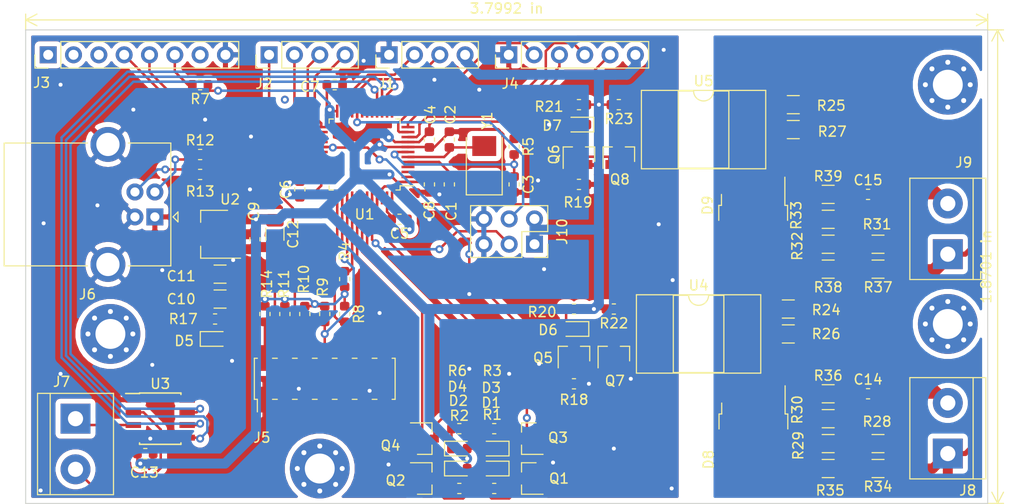
<source format=kicad_pcb>
(kicad_pcb (version 20171130) (host pcbnew 5.1.5+dfsg1-2~bpo10+1)
  (layers (0 F.Cu signal) (31 B.Cu signal) (34 B.Paste user) (35 F.Paste user) (36 B.SilkS user) (37 F.SilkS user) (38 B.Mask user hide) (39 F.Mask user) (44 Edge.Cuts user))
  (net 0 "")
  (net 1 GND)
  (net 2 "Net-(C1-Pad1)")
  (net 3 "Net-(C2-Pad1)")
  (net 4 "Net-(C3-Pad1)")
  (net 5 +3V3)
  (net 6 +5V)
  (net 7 "Net-(C14-Pad2)")
  (net 8 "Net-(C14-Pad1)")
  (net 9 "Net-(C15-Pad2)")
  (net 10 "Net-(C15-Pad1)")
  (net 11 "Net-(D1-Pad1)")
  (net 12 "Net-(D2-Pad1)")
  (net 13 "Net-(D3-Pad1)")
  (net 14 "Net-(D4-Pad1)")
  (net 15 "Net-(D5-Pad2)")
  (net 16 "Net-(D6-Pad2)")
  (net 17 "Net-(D6-Pad1)")
  (net 18 "Net-(D7-Pad2)")
  (net 19 "Net-(D7-Pad1)")
  (net 20 "Net-(D8-Pad2)")
  (net 21 "Net-(D8-Pad3)")
  (net 22 "Net-(D9-Pad2)")
  (net 23 "Net-(D9-Pad3)")
  (net 24 "/Low Voltage/SCL")
  (net 25 "/Low Voltage/SDA")
  (net 26 "/Low Voltage/IO0")
  (net 27 "/Low Voltage/IO1")
  (net 28 "/Low Voltage/IO2")
  (net 29 "/Low Voltage/IO3")
  (net 30 "/Low Voltage/FT232_CTSn")
  (net 31 "Net-(J3-Pad6)")
  (net 32 "/Low Voltage/FT232_TXD")
  (net 33 "/Low Voltage/FT232_RXD")
  (net 34 "/Low Voltage/FT232_RTSn")
  (net 35 "Net-(J3-Pad2)")
  (net 36 "/Low Voltage/FT232_RIn")
  (net 37 "/Low Voltage/TC_CSn")
  (net 38 "/Low Voltage/TC_SCLK")
  (net 39 "/Low Voltage/TC_MISO")
  (net 40 "Net-(J5-Pad14)")
  (net 41 "Net-(J5-Pad12)")
  (net 42 "/Low Voltage/JTAG_TDI")
  (net 43 "/Low Voltage/JTAG_TDO")
  (net 44 "/Low Voltage/JTAG_TCK")
  (net 45 "/Low Voltage/JTAG_TMS")
  (net 46 "/Low Voltage/JTAG_VREF")
  (net 47 "Net-(J6-Pad3)")
  (net 48 "Net-(J6-Pad2)")
  (net 49 "Net-(J7-Pad2)")
  (net 50 "Net-(J7-Pad1)")
  (net 51 "/Low Voltage/LED0")
  (net 52 "/Low Voltage/LED1")
  (net 53 "/High Voltage/ELEMENT1")
  (net 54 "/High Voltage/ELEMENT2")
  (net 55 "Net-(Q7-Pad3)")
  (net 56 "Net-(Q8-Pad3)")
  (net 57 "/Low Voltage/JTAG_NRST")
  (net 58 "/Low Voltage/USB-")
  (net 59 "/Low Voltage/USB+")
  (net 60 "Net-(R22-Pad1)")
  (net 61 "Net-(R23-Pad1)")
  (net 62 "Net-(R24-Pad2)")
  (net 63 "Net-(R24-Pad1)")
  (net 64 "Net-(R25-Pad2)")
  (net 65 "Net-(R25-Pad1)")
  (net 66 "Net-(R28-Pad2)")
  (net 67 "Net-(R29-Pad2)")
  (net 68 "Net-(R31-Pad2)")
  (net 69 "Net-(R32-Pad2)")
  (net 70 "Net-(R34-Pad2)")
  (net 71 "Net-(R35-Pad2)")
  (net 72 "Net-(R37-Pad2)")
  (net 73 "Net-(R38-Pad2)")
  (net 74 "/Low Voltage/LED3")
  (net 75 "/Low Voltage/BOOT0")
  (net 76 "/Low Voltage/LED2")
  (net 77 "/Low Voltage/BOOT1")
  (net 78 "Net-(U1-Pad17)")
  (net 79 "Net-(U1-Pad4)")
  (net 80 "Net-(U1-Pad3)")
  (net 81 "Net-(U1-Pad2)")
  (net 82 "Net-(U4-Pad3)")
  (net 83 "Net-(U4-Pad5)")
  (net 84 "Net-(U5-Pad3)")
  (net 85 "Net-(U5-Pad5)")
  (net 86 "Net-(Q1-Pad3)")
  (net 87 "Net-(Q2-Pad3)")
  (net 88 "Net-(Q3-Pad3)")
  (net 89 "Net-(Q4-Pad3)")
  (net 90 "Net-(U1-Pad19)")
  (net 91 "Net-(U1-Pad18)")
  (net 92 "/Low Voltage/ADC0")
  (net 93 "/Low Voltage/ADC1")
  (net 94 "/Low Voltage/ADC2")
  (net 95 "/Low Voltage/ADC3")
  (module MountingHole:MountingHole_3mm_Pad_Via (layer F.Cu) (at 145.5 152)
    (fp_text reference REF** hide)
    (fp_text value MountingHole_3mm_Pad_Via)
    (pad 1 thru_hole circle (at 0 0) (size 6 6) (drill 3) (layers *.Cu *.Mask))
    (pad 1 thru_hole circle (at 2.25 0) (size 0.8 0.8) (drill 0.5) (layers *.Cu *.Mask))
    (pad 1 thru_hole circle (at 1.59099 1.59099) (size 0.8 0.8) (drill 0.5) (layers *.Cu *.Mask))
    (pad 1 thru_hole circle (at 0 2.25) (size 0.8 0.8) (drill 0.5) (layers *.Cu *.Mask))
    (pad 1 thru_hole circle (at -1.59099 1.59099) (size 0.8 0.8) (drill 0.5) (layers *.Cu *.Mask))
    (pad 1 thru_hole circle (at -2.25 0) (size 0.8 0.8) (drill 0.5) (layers *.Cu *.Mask))
    (pad 1 thru_hole circle (at -1.59099 -1.59099) (size 0.8 0.8) (drill 0.5) (layers *.Cu *.Mask))
    (pad 1 thru_hole circle (at 0 -2.25) (size 0.8 0.8) (drill 0.5) (layers *.Cu *.Mask))
    (pad 1 thru_hole circle (at 1.59099 -1.59099) (size 0.8 0.8) (drill 0.5) (layers *.Cu *.Mask))
  )
  (module MountingHole:MountingHole_3mm_Pad_Via (layer F.Cu) (at 124.5 138.5)
    (fp_text reference REF** hide)
    (fp_text value MountingHole_3mm_Pad_Via)
    (pad 1 thru_hole circle (at 1.59099 -1.59099) (size 0.8 0.8) (drill 0.5) (layers *.Cu *.Mask))
    (pad 1 thru_hole circle (at 0 -2.25) (size 0.8 0.8) (drill 0.5) (layers *.Cu *.Mask))
    (pad 1 thru_hole circle (at -1.59099 -1.59099) (size 0.8 0.8) (drill 0.5) (layers *.Cu *.Mask))
    (pad 1 thru_hole circle (at -2.25 0) (size 0.8 0.8) (drill 0.5) (layers *.Cu *.Mask))
    (pad 1 thru_hole circle (at -1.59099 1.59099) (size 0.8 0.8) (drill 0.5) (layers *.Cu *.Mask))
    (pad 1 thru_hole circle (at 0 2.25) (size 0.8 0.8) (drill 0.5) (layers *.Cu *.Mask))
    (pad 1 thru_hole circle (at 1.59099 1.59099) (size 0.8 0.8) (drill 0.5) (layers *.Cu *.Mask))
    (pad 1 thru_hole circle (at 2.25 0) (size 0.8 0.8) (drill 0.5) (layers *.Cu *.Mask))
    (pad 1 thru_hole circle (at 0 0) (size 6 6) (drill 3) (layers *.Cu *.Mask))
  )
  (module MountingHole:MountingHole_3mm_Pad_Via (layer F.Cu) (at 208.5 113.5)
    (fp_text reference REF** hide)
    (fp_text value MountingHole_3mm_Pad_Via)
    (pad 1 thru_hole circle (at 0 0) (size 6 6) (drill 3) (layers *.Cu *.Mask))
    (pad 1 thru_hole circle (at 2.25 0) (size 0.8 0.8) (drill 0.5) (layers *.Cu *.Mask))
    (pad 1 thru_hole circle (at 1.59099 1.59099) (size 0.8 0.8) (drill 0.5) (layers *.Cu *.Mask))
    (pad 1 thru_hole circle (at 0 2.25) (size 0.8 0.8) (drill 0.5) (layers *.Cu *.Mask))
    (pad 1 thru_hole circle (at -1.59099 1.59099) (size 0.8 0.8) (drill 0.5) (layers *.Cu *.Mask))
    (pad 1 thru_hole circle (at -2.25 0) (size 0.8 0.8) (drill 0.5) (layers *.Cu *.Mask))
    (pad 1 thru_hole circle (at -1.59099 -1.59099) (size 0.8 0.8) (drill 0.5) (layers *.Cu *.Mask))
    (pad 1 thru_hole circle (at 0 -2.25) (size 0.8 0.8) (drill 0.5) (layers *.Cu *.Mask))
    (pad 1 thru_hole circle (at 1.59099 -1.59099) (size 0.8 0.8) (drill 0.5) (layers *.Cu *.Mask))
  )
  (module MountingHole:MountingHole_3mm_Pad_Via (layer F.Cu) (at 208.5 137.5)
    (fp_text reference REF** hide)
    (fp_text value MountingHole_3mm_Pad_Via)
    (pad 1 thru_hole circle (at 1.59099 -1.59099) (size 0.8 0.8) (drill 0.5) (layers *.Cu *.Mask))
    (pad 1 thru_hole circle (at 0 -2.25) (size 0.8 0.8) (drill 0.5) (layers *.Cu *.Mask))
    (pad 1 thru_hole circle (at -1.59099 -1.59099) (size 0.8 0.8) (drill 0.5) (layers *.Cu *.Mask))
    (pad 1 thru_hole circle (at -2.25 0) (size 0.8 0.8) (drill 0.5) (layers *.Cu *.Mask))
    (pad 1 thru_hole circle (at -1.59099 1.59099) (size 0.8 0.8) (drill 0.5) (layers *.Cu *.Mask))
    (pad 1 thru_hole circle (at 0 2.25) (size 0.8 0.8) (drill 0.5) (layers *.Cu *.Mask))
    (pad 1 thru_hole circle (at 1.59099 1.59099) (size 0.8 0.8) (drill 0.5) (layers *.Cu *.Mask))
    (pad 1 thru_hole circle (at 2.25 0) (size 0.8 0.8) (drill 0.5) (layers *.Cu *.Mask))
    (pad 1 thru_hole circle (at 0 0) (size 6 6) (drill 3) (layers *.Cu *.Mask))
  )
  (module Package_QFP:LQFP-48_7x7mm_P0.5mm (layer F.Cu) (at 150 120.5 180)
    (fp_text reference U1 (at 0 -6) (layer F.SilkS))
    (fp_text value STM32F103CBTx)
    (pad 48 smd rect (at -2.75 -4.35 270) (size 1.3 0.25) (layers F.Cu F.Paste F.Mask) (net 5 +3V3))
    (pad 47 smd rect (at -2.25 -4.35 270) (size 1.3 0.25) (layers F.Cu F.Paste F.Mask) (net 1 GND))
    (pad 46 smd rect (at -1.75 -4.35 270) (size 1.3 0.25) (layers F.Cu F.Paste F.Mask) (net 54 "/High Voltage/ELEMENT2"))
    (pad 45 smd rect (at -1.25 -4.35 270) (size 1.3 0.25) (layers F.Cu F.Paste F.Mask) (net 74 "/Low Voltage/LED3"))
    (pad 44 smd rect (at -0.75 -4.35 270) (size 1.3 0.25) (layers F.Cu F.Paste F.Mask) (net 75 "/Low Voltage/BOOT0"))
    (pad 43 smd rect (at -0.25 -4.35 270) (size 1.3 0.25) (layers F.Cu F.Paste F.Mask) (net 76 "/Low Voltage/LED2"))
    (pad 42 smd rect (at 0.25 -4.35 270) (size 1.3 0.25) (layers F.Cu F.Paste F.Mask) (net 52 "/Low Voltage/LED1"))
    (pad 41 smd rect (at 0.75 -4.35 270) (size 1.3 0.25) (layers F.Cu F.Paste F.Mask) (net 51 "/Low Voltage/LED0"))
    (pad 40 smd rect (at 1.25 -4.35 270) (size 1.3 0.25) (layers F.Cu F.Paste F.Mask) (net 57 "/Low Voltage/JTAG_NRST"))
    (pad 39 smd rect (at 1.75 -4.35 270) (size 1.3 0.25) (layers F.Cu F.Paste F.Mask) (net 43 "/Low Voltage/JTAG_TDO"))
    (pad 38 smd rect (at 2.25 -4.35 270) (size 1.3 0.25) (layers F.Cu F.Paste F.Mask) (net 42 "/Low Voltage/JTAG_TDI"))
    (pad 37 smd rect (at 2.75 -4.35 270) (size 1.3 0.25) (layers F.Cu F.Paste F.Mask) (net 44 "/Low Voltage/JTAG_TCK"))
    (pad 36 smd rect (at 4.35 -2.75 180) (size 1.3 0.25) (layers F.Cu F.Paste F.Mask) (net 5 +3V3))
    (pad 35 smd rect (at 4.35 -2.25 180) (size 1.3 0.25) (layers F.Cu F.Paste F.Mask) (net 1 GND))
    (pad 34 smd rect (at 4.35 -1.75 180) (size 1.3 0.25) (layers F.Cu F.Paste F.Mask) (net 45 "/Low Voltage/JTAG_TMS"))
    (pad 33 smd rect (at 4.35 -1.25 180) (size 1.3 0.25) (layers F.Cu F.Paste F.Mask) (net 59 "/Low Voltage/USB+"))
    (pad 32 smd rect (at 4.35 -0.75 180) (size 1.3 0.25) (layers F.Cu F.Paste F.Mask) (net 58 "/Low Voltage/USB-"))
    (pad 31 smd rect (at 4.35 -0.25 180) (size 1.3 0.25) (layers F.Cu F.Paste F.Mask) (net 33 "/Low Voltage/FT232_RXD"))
    (pad 30 smd rect (at 4.35 0.25 180) (size 1.3 0.25) (layers F.Cu F.Paste F.Mask) (net 32 "/Low Voltage/FT232_TXD"))
    (pad 29 smd rect (at 4.35 0.75 180) (size 1.3 0.25) (layers F.Cu F.Paste F.Mask) (net 53 "/High Voltage/ELEMENT1"))
    (pad 28 smd rect (at 4.35 1.25 180) (size 1.3 0.25) (layers F.Cu F.Paste F.Mask) (net 29 "/Low Voltage/IO3"))
    (pad 27 smd rect (at 4.35 1.75 180) (size 1.3 0.25) (layers F.Cu F.Paste F.Mask) (net 28 "/Low Voltage/IO2"))
    (pad 26 smd rect (at 4.35 2.25 180) (size 1.3 0.25) (layers F.Cu F.Paste F.Mask) (net 27 "/Low Voltage/IO1"))
    (pad 25 smd rect (at 4.35 2.75 180) (size 1.3 0.25) (layers F.Cu F.Paste F.Mask) (net 26 "/Low Voltage/IO0"))
    (pad 24 smd rect (at 2.75 4.35 270) (size 1.3 0.25) (layers F.Cu F.Paste F.Mask) (net 5 +3V3))
    (pad 23 smd rect (at 2.25 4.35 270) (size 1.3 0.25) (layers F.Cu F.Paste F.Mask) (net 1 GND))
    (pad 22 smd rect (at 1.75 4.35 270) (size 1.3 0.25) (layers F.Cu F.Paste F.Mask) (net 25 "/Low Voltage/SDA"))
    (pad 21 smd rect (at 1.25 4.35 270) (size 1.3 0.25) (layers F.Cu F.Paste F.Mask) (net 24 "/Low Voltage/SCL"))
    (pad 20 smd rect (at 0.75 4.35 270) (size 1.3 0.25) (layers F.Cu F.Paste F.Mask) (net 77 "/Low Voltage/BOOT1"))
    (pad 19 smd rect (at 0.25 4.35 270) (size 1.3 0.25) (layers F.Cu F.Paste F.Mask) (net 90 "Net-(U1-Pad19)"))
    (pad 18 smd rect (at -0.25 4.35 270) (size 1.3 0.25) (layers F.Cu F.Paste F.Mask) (net 91 "Net-(U1-Pad18)"))
    (pad 17 smd rect (at -0.75 4.35 270) (size 1.3 0.25) (layers F.Cu F.Paste F.Mask) (net 78 "Net-(U1-Pad17)"))
    (pad 16 smd rect (at -1.25 4.35 270) (size 1.3 0.25) (layers F.Cu F.Paste F.Mask) (net 39 "/Low Voltage/TC_MISO"))
    (pad 15 smd rect (at -1.75 4.35 270) (size 1.3 0.25) (layers F.Cu F.Paste F.Mask) (net 38 "/Low Voltage/TC_SCLK"))
    (pad 14 smd rect (at -2.25 4.35 270) (size 1.3 0.25) (layers F.Cu F.Paste F.Mask) (net 37 "/Low Voltage/TC_CSn"))
    (pad 13 smd rect (at -2.75 4.35 270) (size 1.3 0.25) (layers F.Cu F.Paste F.Mask) (net 95 "/Low Voltage/ADC3"))
    (pad 12 smd rect (at -4.35 2.75 180) (size 1.3 0.25) (layers F.Cu F.Paste F.Mask) (net 93 "/Low Voltage/ADC1"))
    (pad 11 smd rect (at -4.35 2.25 180) (size 1.3 0.25) (layers F.Cu F.Paste F.Mask) (net 92 "/Low Voltage/ADC0"))
    (pad 10 smd rect (at -4.35 1.75 180) (size 1.3 0.25) (layers F.Cu F.Paste F.Mask) (net 94 "/Low Voltage/ADC2"))
    (pad 9 smd rect (at -4.35 1.25 180) (size 1.3 0.25) (layers F.Cu F.Paste F.Mask) (net 5 +3V3))
    (pad 8 smd rect (at -4.35 0.75 180) (size 1.3 0.25) (layers F.Cu F.Paste F.Mask) (net 1 GND))
    (pad 7 smd rect (at -4.35 0.25 180) (size 1.3 0.25) (layers F.Cu F.Paste F.Mask) (net 4 "Net-(C3-Pad1)"))
    (pad 6 smd rect (at -4.35 -0.25 180) (size 1.3 0.25) (layers F.Cu F.Paste F.Mask) (net 3 "Net-(C2-Pad1)"))
    (pad 5 smd rect (at -4.35 -0.75 180) (size 1.3 0.25) (layers F.Cu F.Paste F.Mask) (net 2 "Net-(C1-Pad1)"))
    (pad 4 smd rect (at -4.35 -1.25 180) (size 1.3 0.25) (layers F.Cu F.Paste F.Mask) (net 79 "Net-(U1-Pad4)"))
    (pad 3 smd rect (at -4.35 -1.75 180) (size 1.3 0.25) (layers F.Cu F.Paste F.Mask) (net 80 "Net-(U1-Pad3)"))
    (pad 2 smd rect (at -4.35 -2.25 180) (size 1.3 0.25) (layers F.Cu F.Paste F.Mask) (net 81 "Net-(U1-Pad2)"))
    (pad 1 smd rect (at -4.35 -2.75 180) (size 1.3 0.25) (layers F.Cu F.Paste F.Mask) (net 5 +3V3))
  )
  (module Connector_PinSocket_2.54mm:PinSocket_2x03_P2.54mm_Vertical (layer F.Cu) (at 167.04 129.5 270)
    (fp_text reference J10 (at -1.27 -2.77 90) (layer F.SilkS))
    (fp_text value BOOT_SEL)
    (pad 6 thru_hole oval (at -2.54 5.08 270) (size 1.7 1.7) (drill 1) (layers *.Cu *.Mask) (net 1 GND))
    (pad 5 thru_hole oval (at 0 5.08 270) (size 1.7 1.7) (drill 1) (layers *.Cu *.Mask) (net 1 GND))
    (pad 4 thru_hole oval (at -2.54 2.54 270) (size 1.7 1.7) (drill 1) (layers *.Cu *.Mask) (net 77 "/Low Voltage/BOOT1"))
    (pad 3 thru_hole oval (at 0 2.54 270) (size 1.7 1.7) (drill 1) (layers *.Cu *.Mask) (net 75 "/Low Voltage/BOOT0"))
    (pad 2 thru_hole oval (at -2.54 0 270) (size 1.7 1.7) (drill 1) (layers *.Cu *.Mask) (net 5 +3V3))
    (pad 1 thru_hole rect (at 0 0 270) (size 1.7 1.7) (drill 1) (layers *.Cu *.Mask) (net 5 +3V3))
  )
  (module Crystal:Crystal_SMD_5032-2Pin_5.0x3.2mm (layer F.Cu) (at 162 121.5 90)
    (fp_text reference Y1 (at 4.4 0.3 90) (layer F.SilkS))
    (fp_text value 8MHz)
    (pad 2 smd rect (at 1.85 0 90) (size 2 2.4) (layers F.Cu F.Paste F.Mask) (net 3 "Net-(C2-Pad1)"))
    (pad 1 smd rect (at -1.85 0 90) (size 2 2.4) (layers F.Cu F.Paste F.Mask) (net 2 "Net-(C1-Pad1)"))
  )
  (module Package_DIP:DIP-6_W8.89mm_SMDSocket_LongPads (layer F.Cu) (at 184 118)
    (fp_text reference U5 (at 0 -4.87) (layer F.SilkS))
    (fp_text value MOC3051M)
    (pad 6 smd rect (at 4.445 -2.54) (size 3.1 1.6) (layers F.Cu F.Paste F.Mask) (net 64 "Net-(R25-Pad2)"))
    (pad 3 smd rect (at -4.445 2.54) (size 3.1 1.6) (layers F.Cu F.Paste F.Mask) (net 84 "Net-(U5-Pad3)"))
    (pad 5 smd rect (at 4.445 0) (size 3.1 1.6) (layers F.Cu F.Paste F.Mask) (net 85 "Net-(U5-Pad5)"))
    (pad 2 smd rect (at -4.445 0) (size 3.1 1.6) (layers F.Cu F.Paste F.Mask) (net 56 "Net-(Q8-Pad3)"))
    (pad 4 smd rect (at 4.445 2.54) (size 3.1 1.6) (layers F.Cu F.Paste F.Mask) (net 23 "Net-(D9-Pad3)"))
    (pad 1 smd rect (at -4.445 -2.54) (size 3.1 1.6) (layers F.Cu F.Paste F.Mask) (net 61 "Net-(R23-Pad1)"))
  )
  (module Package_DIP:DIP-6_W8.89mm_SMDSocket_LongPads (layer F.Cu) (at 183.5 138.5)
    (fp_text reference U4 (at 0 -4.87) (layer F.SilkS))
    (fp_text value MOC3051M)
    (pad 6 smd rect (at 4.445 -2.54) (size 3.1 1.6) (layers F.Cu F.Paste F.Mask) (net 62 "Net-(R24-Pad2)"))
    (pad 3 smd rect (at -4.445 2.54) (size 3.1 1.6) (layers F.Cu F.Paste F.Mask) (net 82 "Net-(U4-Pad3)"))
    (pad 5 smd rect (at 4.445 0) (size 3.1 1.6) (layers F.Cu F.Paste F.Mask) (net 83 "Net-(U4-Pad5)"))
    (pad 2 smd rect (at -4.445 0) (size 3.1 1.6) (layers F.Cu F.Paste F.Mask) (net 55 "Net-(Q7-Pad3)"))
    (pad 4 smd rect (at 4.445 2.54) (size 3.1 1.6) (layers F.Cu F.Paste F.Mask) (net 21 "Net-(D8-Pad3)"))
    (pad 1 smd rect (at -4.445 -2.54) (size 3.1 1.6) (layers F.Cu F.Paste F.Mask) (net 60 "Net-(R22-Pad1)"))
  )
  (module Package_SO:SOIC-8_3.9x4.9mm_P1.27mm (layer F.Cu) (at 129.5 147)
    (fp_text reference U3 (at 0 -3.5) (layer F.SilkS))
    (fp_text value MAX31855KASA)
    (pad 8 smd rect (at 2.7 -1.905) (size 1.55 0.6) (layers F.Cu F.Paste F.Mask))
    (pad 7 smd rect (at 2.7 -0.635) (size 1.55 0.6) (layers F.Cu F.Paste F.Mask) (net 39 "/Low Voltage/TC_MISO"))
    (pad 6 smd rect (at 2.7 0.635) (size 1.55 0.6) (layers F.Cu F.Paste F.Mask) (net 37 "/Low Voltage/TC_CSn"))
    (pad 5 smd rect (at 2.7 1.905) (size 1.55 0.6) (layers F.Cu F.Paste F.Mask) (net 38 "/Low Voltage/TC_SCLK"))
    (pad 4 smd rect (at -2.7 1.905) (size 1.55 0.6) (layers F.Cu F.Paste F.Mask) (net 5 +3V3))
    (pad 3 smd rect (at -2.7 0.635) (size 1.55 0.6) (layers F.Cu F.Paste F.Mask) (net 50 "Net-(J7-Pad1)"))
    (pad 2 smd rect (at -2.7 -0.635) (size 1.55 0.6) (layers F.Cu F.Paste F.Mask) (net 49 "Net-(J7-Pad2)"))
    (pad 1 smd rect (at -2.7 -1.905) (size 1.55 0.6) (layers F.Cu F.Paste F.Mask) (net 1 GND))
  )
  (module Package_TO_SOT_SMD:SOT-89-3 (layer F.Cu) (at 135.3335 128.5 180)
    (fp_text reference U2 (at -1.1665 3.5) (layer F.SilkS))
    (fp_text value HT75xx-1-SOT89)
    (pad 2 smd trapezoid (at -0.0762 0 270) (size 1.5 1) (rect_delta 0 0.7) (layers F.Cu F.Paste F.Mask) (net 6 +5V))
    (pad 2 smd rect (at 1.3335 0 90) (size 2.2 1.84) (layers F.Cu F.Paste F.Mask) (net 6 +5V))
    (pad 3 smd rect (at -1.48 1.5 90) (size 1 1.5) (layers F.Cu F.Paste F.Mask) (net 5 +3V3))
    (pad 2 smd rect (at -1.3335 0 90) (size 1 1.8) (layers F.Cu F.Paste F.Mask) (net 6 +5V))
    (pad 1 smd rect (at -1.48 -1.5 90) (size 1 1.5) (layers F.Cu F.Paste F.Mask) (net 1 GND))
    (pad 2 smd trapezoid (at 2.667 0 90) (size 1.6 0.85) (rect_delta 0 0.6) (layers F.Cu F.Paste F.Mask) (net 6 +5V))
  )
  (module Resistor_SMD:R_1206_3216Metric (layer F.Cu) (at 196.5 124.5)
    (fp_text reference R39 (at 0 -1.82) (layer F.SilkS))
    (fp_text value 100R)
    (pad 2 smd roundrect (at 1.4 0) (size 1.25 1.75) (layers F.Cu F.Paste F.Mask) (roundrect_rratio 0.2) (net 10 "Net-(C15-Pad1)"))
    (pad 1 smd roundrect (at -1.4 0) (size 1.25 1.75) (layers F.Cu F.Paste F.Mask) (roundrect_rratio 0.2) (net 73 "Net-(R38-Pad2)"))
  )
  (module Resistor_SMD:R_1206_3216Metric (layer F.Cu) (at 196.5 132 180)
    (fp_text reference R38 (at 0 -1.82) (layer F.SilkS))
    (fp_text value 100R)
    (pad 2 smd roundrect (at 1.4 0 180) (size 1.25 1.75) (layers F.Cu F.Paste F.Mask) (roundrect_rratio 0.2) (net 73 "Net-(R38-Pad2)"))
    (pad 1 smd roundrect (at -1.4 0 180) (size 1.25 1.75) (layers F.Cu F.Paste F.Mask) (roundrect_rratio 0.2) (net 72 "Net-(R37-Pad2)"))
  )
  (module Resistor_SMD:R_1206_3216Metric (layer F.Cu) (at 201.5 132 180)
    (fp_text reference R37 (at 0 -1.82) (layer F.SilkS))
    (fp_text value 100R)
    (pad 2 smd roundrect (at 1.4 0 180) (size 1.25 1.75) (layers F.Cu F.Paste F.Mask) (roundrect_rratio 0.2) (net 72 "Net-(R37-Pad2)"))
    (pad 1 smd roundrect (at -1.4 0 180) (size 1.25 1.75) (layers F.Cu F.Paste F.Mask) (roundrect_rratio 0.2) (net 22 "Net-(D9-Pad2)"))
  )
  (module Resistor_SMD:R_1206_3216Metric (layer F.Cu) (at 196.5 144.5)
    (fp_text reference R36 (at 0 -1.82) (layer F.SilkS))
    (fp_text value 100R)
    (pad 2 smd roundrect (at 1.4 0) (size 1.25 1.75) (layers F.Cu F.Paste F.Mask) (roundrect_rratio 0.2) (net 8 "Net-(C14-Pad1)"))
    (pad 1 smd roundrect (at -1.4 0) (size 1.25 1.75) (layers F.Cu F.Paste F.Mask) (roundrect_rratio 0.2) (net 71 "Net-(R35-Pad2)"))
  )
  (module Resistor_SMD:R_1206_3216Metric (layer F.Cu) (at 196.5 152 180)
    (fp_text reference R35 (at -0.2 -2.2 180) (layer F.SilkS))
    (fp_text value 100R)
    (pad 2 smd roundrect (at 1.4 0 180) (size 1.25 1.75) (layers F.Cu F.Paste F.Mask) (roundrect_rratio 0.2) (net 71 "Net-(R35-Pad2)"))
    (pad 1 smd roundrect (at -1.4 0 180) (size 1.25 1.75) (layers F.Cu F.Paste F.Mask) (roundrect_rratio 0.2) (net 70 "Net-(R34-Pad2)"))
  )
  (module Resistor_SMD:R_1206_3216Metric (layer F.Cu) (at 201.5 152 180)
    (fp_text reference R34 (at 0 -1.82) (layer F.SilkS))
    (fp_text value 100R)
    (pad 2 smd roundrect (at 1.4 0 180) (size 1.25 1.75) (layers F.Cu F.Paste F.Mask) (roundrect_rratio 0.2) (net 70 "Net-(R34-Pad2)"))
    (pad 1 smd roundrect (at -1.4 0 180) (size 1.25 1.75) (layers F.Cu F.Paste F.Mask) (roundrect_rratio 0.2) (net 20 "Net-(D8-Pad2)"))
  )
  (module Resistor_SMD:R_1206_3216Metric (layer F.Cu) (at 196.5 127)
    (fp_text reference R33 (at -3.2 -0.4 90) (layer F.SilkS))
    (fp_text value 100R)
    (pad 2 smd roundrect (at 1.4 0) (size 1.25 1.75) (layers F.Cu F.Paste F.Mask) (roundrect_rratio 0.2) (net 10 "Net-(C15-Pad1)"))
    (pad 1 smd roundrect (at -1.4 0) (size 1.25 1.75) (layers F.Cu F.Paste F.Mask) (roundrect_rratio 0.2) (net 69 "Net-(R32-Pad2)"))
  )
  (module Resistor_SMD:R_1206_3216Metric (layer F.Cu) (at 196.5 129.5 180)
    (fp_text reference R32 (at 3.1 -0.2 90) (layer F.SilkS))
    (fp_text value 100R)
    (pad 2 smd roundrect (at 1.4 0 180) (size 1.25 1.75) (layers F.Cu F.Paste F.Mask) (roundrect_rratio 0.2) (net 69 "Net-(R32-Pad2)"))
    (pad 1 smd roundrect (at -1.4 0 180) (size 1.25 1.75) (layers F.Cu F.Paste F.Mask) (roundrect_rratio 0.2) (net 68 "Net-(R31-Pad2)"))
  )
  (module Resistor_SMD:R_1206_3216Metric (layer F.Cu) (at 201.5 129.5 180)
    (fp_text reference R31 (at 0.1 2) (layer F.SilkS))
    (fp_text value 100R)
    (pad 2 smd roundrect (at 1.4 0 180) (size 1.25 1.75) (layers F.Cu F.Paste F.Mask) (roundrect_rratio 0.2) (net 68 "Net-(R31-Pad2)"))
    (pad 1 smd roundrect (at -1.4 0 180) (size 1.25 1.75) (layers F.Cu F.Paste F.Mask) (roundrect_rratio 0.2) (net 22 "Net-(D9-Pad2)"))
  )
  (module Resistor_SMD:R_1206_3216Metric (layer F.Cu) (at 196.5 147)
    (fp_text reference R30 (at -3.1 -0.9 90) (layer F.SilkS))
    (fp_text value 100R)
    (pad 2 smd roundrect (at 1.4 0) (size 1.25 1.75) (layers F.Cu F.Paste F.Mask) (roundrect_rratio 0.2) (net 8 "Net-(C14-Pad1)"))
    (pad 1 smd roundrect (at -1.4 0) (size 1.25 1.75) (layers F.Cu F.Paste F.Mask) (roundrect_rratio 0.2) (net 67 "Net-(R29-Pad2)"))
  )
  (module Resistor_SMD:R_1206_3216Metric (layer F.Cu) (at 196.5 149.5 180)
    (fp_text reference R29 (at 3 -0.2 90) (layer F.SilkS))
    (fp_text value 100R)
    (pad 2 smd roundrect (at 1.4 0 180) (size 1.25 1.75) (layers F.Cu F.Paste F.Mask) (roundrect_rratio 0.2) (net 67 "Net-(R29-Pad2)"))
    (pad 1 smd roundrect (at -1.4 0 180) (size 1.25 1.75) (layers F.Cu F.Paste F.Mask) (roundrect_rratio 0.2) (net 66 "Net-(R28-Pad2)"))
  )
  (module Resistor_SMD:R_1206_3216Metric (layer F.Cu) (at 201.5 149.5 180)
    (fp_text reference R28 (at 0.1 2.2) (layer F.SilkS))
    (fp_text value 100R)
    (pad 2 smd roundrect (at 1.4 0 180) (size 1.25 1.75) (layers F.Cu F.Paste F.Mask) (roundrect_rratio 0.2) (net 66 "Net-(R28-Pad2)"))
    (pad 1 smd roundrect (at -1.4 0 180) (size 1.25 1.75) (layers F.Cu F.Paste F.Mask) (roundrect_rratio 0.2) (net 20 "Net-(D8-Pad2)"))
  )
  (module Resistor_SMD:R_1206_3216Metric (layer F.Cu) (at 193 118)
    (fp_text reference R27 (at 3.9 0.2) (layer F.SilkS))
    (fp_text value 180R)
    (pad 2 smd roundrect (at 1.4 0) (size 1.25 1.75) (layers F.Cu F.Paste F.Mask) (roundrect_rratio 0.2) (net 65 "Net-(R25-Pad1)"))
    (pad 1 smd roundrect (at -1.4 0) (size 1.25 1.75) (layers F.Cu F.Paste F.Mask) (roundrect_rratio 0.2) (net 22 "Net-(D9-Pad2)"))
  )
  (module Resistor_SMD:R_1206_3216Metric (layer F.Cu) (at 192.5 138.5)
    (fp_text reference R26 (at 3.8 0) (layer F.SilkS))
    (fp_text value 180R)
    (pad 2 smd roundrect (at 1.4 0) (size 1.25 1.75) (layers F.Cu F.Paste F.Mask) (roundrect_rratio 0.2) (net 63 "Net-(R24-Pad1)"))
    (pad 1 smd roundrect (at -1.4 0) (size 1.25 1.75) (layers F.Cu F.Paste F.Mask) (roundrect_rratio 0.2) (net 20 "Net-(D8-Pad2)"))
  )
  (module Resistor_SMD:R_1206_3216Metric (layer F.Cu) (at 193 115.5 180)
    (fp_text reference R25 (at -3.8 -0.1) (layer F.SilkS))
    (fp_text value 180R)
    (pad 2 smd roundrect (at 1.4 0 180) (size 1.25 1.75) (layers F.Cu F.Paste F.Mask) (roundrect_rratio 0.2) (net 64 "Net-(R25-Pad2)"))
    (pad 1 smd roundrect (at -1.4 0 180) (size 1.25 1.75) (layers F.Cu F.Paste F.Mask) (roundrect_rratio 0.2) (net 65 "Net-(R25-Pad1)"))
  )
  (module Resistor_SMD:R_1206_3216Metric (layer F.Cu) (at 192.5 136 180)
    (fp_text reference R24 (at -3.8 -0.1) (layer F.SilkS))
    (fp_text value 180R)
    (pad 2 smd roundrect (at 1.4 0 180) (size 1.25 1.75) (layers F.Cu F.Paste F.Mask) (roundrect_rratio 0.2) (net 62 "Net-(R24-Pad2)"))
    (pad 1 smd roundrect (at -1.4 0 180) (size 1.25 1.75) (layers F.Cu F.Paste F.Mask) (roundrect_rratio 0.2) (net 63 "Net-(R24-Pad1)"))
  )
  (module Resistor_SMD:R_0603_1608Metric (layer F.Cu) (at 175.5 115.5 180)
    (fp_text reference R23 (at 0 -1.43) (layer F.SilkS))
    (fp_text value 220R)
    (pad 2 smd roundrect (at 0.7875 0 180) (size 0.875 0.95) (layers F.Cu F.Paste F.Mask) (net 5 +3V3))
    (pad 1 smd roundrect (at -0.7875 0 180) (size 0.875 0.95) (layers F.Cu F.Paste F.Mask) (net 61 "Net-(R23-Pad1)"))
  )
  (module Resistor_SMD:R_0603_1608Metric (layer F.Cu) (at 175 136 180)
    (fp_text reference R22 (at 0 -1.43) (layer F.SilkS))
    (fp_text value 220R)
    (pad 2 smd roundrect (at 0.7875 0 180) (size 0.875 0.95) (layers F.Cu F.Paste F.Mask) (net 5 +3V3))
    (pad 1 smd roundrect (at -0.7875 0 180) (size 0.875 0.95) (layers F.Cu F.Paste F.Mask) (net 60 "Net-(R22-Pad1)"))
  )
  (module Resistor_SMD:R_0603_1608Metric (layer F.Cu) (at 171.5 115.5)
    (fp_text reference R21 (at -3 0.2) (layer F.SilkS))
    (fp_text value 33R)
    (pad 2 smd roundrect (at 0.7875 0) (size 0.875 0.95) (layers F.Cu F.Paste F.Mask) (net 5 +3V3))
    (pad 1 smd roundrect (at -0.7875 0) (size 0.875 0.95) (layers F.Cu F.Paste F.Mask) (net 18 "Net-(D7-Pad2)"))
  )
  (module Resistor_SMD:R_0603_1608Metric (layer F.Cu) (at 171 136)
    (fp_text reference R20 (at -3.2 0.3) (layer F.SilkS))
    (fp_text value 33R)
    (pad 2 smd roundrect (at 0.7875 0) (size 0.875 0.95) (layers F.Cu F.Paste F.Mask) (net 5 +3V3))
    (pad 1 smd roundrect (at -0.7875 0) (size 0.875 0.95) (layers F.Cu F.Paste F.Mask) (net 16 "Net-(D6-Pad2)"))
  )
  (module Resistor_SMD:R_0603_1608Metric (layer F.Cu) (at 171.5 123.5)
    (fp_text reference R19 (at -0.1 1.8) (layer F.SilkS))
    (fp_text value 10k)
    (pad 2 smd roundrect (at 0.7875 0) (size 0.875 0.95) (layers F.Cu F.Paste F.Mask) (net 1 GND))
    (pad 1 smd roundrect (at -0.7875 0) (size 0.875 0.95) (layers F.Cu F.Paste F.Mask) (net 54 "/High Voltage/ELEMENT2"))
  )
  (module Resistor_SMD:R_0603_1608Metric (layer F.Cu) (at 171 143.5)
    (fp_text reference R18 (at 0 1.6) (layer F.SilkS))
    (fp_text value 10k)
    (pad 2 smd roundrect (at 0.7875 0) (size 0.875 0.95) (layers F.Cu F.Paste F.Mask) (net 1 GND))
    (pad 1 smd roundrect (at -0.7875 0) (size 0.875 0.95) (layers F.Cu F.Paste F.Mask) (net 53 "/High Voltage/ELEMENT1"))
  )
  (module Resistor_SMD:R_0603_1608Metric (layer F.Cu) (at 135 137 180)
    (fp_text reference R17 (at 3.2 0) (layer F.SilkS))
    (fp_text value 100R)
    (pad 2 smd roundrect (at 0.7875 0 180) (size 0.875 0.95) (layers F.Cu F.Paste F.Mask) (net 6 +5V))
    (pad 1 smd roundrect (at -0.7875 0 180) (size 0.875 0.95) (layers F.Cu F.Paste F.Mask) (net 15 "Net-(D5-Pad2)"))
  )
  (module Resistor_SMD:R_0603_1608Metric (layer F.Cu) (at 140 136.5 270)
    (fp_text reference R14 (at -3 -0.2 90) (layer F.SilkS))
    (fp_text value NF)
    (pad 2 smd roundrect (at 0.7875 0 270) (size 0.875 0.95) (layers F.Cu F.Paste F.Mask) (net 46 "/Low Voltage/JTAG_VREF"))
    (pad 1 smd roundrect (at -0.7875 0 270) (size 0.875 0.95) (layers F.Cu F.Paste F.Mask) (net 5 +3V3))
  )
  (module Resistor_SMD:R_0603_1608Metric (layer F.Cu) (at 133.5 122.5)
    (fp_text reference R13 (at 0 1.7) (layer F.SilkS))
    (fp_text value 22R)
    (pad 2 smd roundrect (at 0.7875 0) (size 0.875 0.95) (layers F.Cu F.Paste F.Mask) (net 59 "/Low Voltage/USB+"))
    (pad 1 smd roundrect (at -0.7875 0) (size 0.875 0.95) (layers F.Cu F.Paste F.Mask) (net 47 "Net-(J6-Pad3)"))
  )
  (module Resistor_SMD:R_0603_1608Metric (layer F.Cu) (at 133.5 120.5)
    (fp_text reference R12 (at 0 -1.43) (layer F.SilkS))
    (fp_text value 22R)
    (pad 2 smd roundrect (at 0.7875 0) (size 0.875 0.95) (layers F.Cu F.Paste F.Mask) (net 58 "/Low Voltage/USB-"))
    (pad 1 smd roundrect (at -0.7875 0) (size 0.875 0.95) (layers F.Cu F.Paste F.Mask) (net 48 "Net-(J6-Pad2)"))
  )
  (module Resistor_SMD:R_0603_1608Metric (layer F.Cu) (at 142 136.5 270)
    (fp_text reference R11 (at -3 0.1 90) (layer F.SilkS))
    (fp_text value 10k)
    (pad 2 smd roundrect (at 0.7875 0 270) (size 0.875 0.95) (layers F.Cu F.Paste F.Mask) (net 45 "/Low Voltage/JTAG_TMS"))
    (pad 1 smd roundrect (at -0.7875 0 270) (size 0.875 0.95) (layers F.Cu F.Paste F.Mask) (net 5 +3V3))
  )
  (module Resistor_SMD:R_0603_1608Metric (layer F.Cu) (at 144 136.5 270)
    (fp_text reference R10 (at -3.5 0.1 90) (layer F.SilkS))
    (fp_text value 10k)
    (pad 2 smd roundrect (at 0.7875 0 270) (size 0.875 0.95) (layers F.Cu F.Paste F.Mask) (net 44 "/Low Voltage/JTAG_TCK"))
    (pad 1 smd roundrect (at -0.7875 0 270) (size 0.875 0.95) (layers F.Cu F.Paste F.Mask) (net 5 +3V3))
  )
  (module Resistor_SMD:R_0603_1608Metric (layer F.Cu) (at 146 136.5 270)
    (fp_text reference R9 (at -2.7 0.2 90) (layer F.SilkS))
    (fp_text value 10k)
    (pad 2 smd roundrect (at 0.7875 0 270) (size 0.875 0.95) (layers F.Cu F.Paste F.Mask) (net 43 "/Low Voltage/JTAG_TDO"))
    (pad 1 smd roundrect (at -0.7875 0 270) (size 0.875 0.95) (layers F.Cu F.Paste F.Mask) (net 5 +3V3))
  )
  (module Resistor_SMD:R_0603_1608Metric (layer F.Cu) (at 148 136.5 270)
    (fp_text reference R8 (at 0 -1.43 90) (layer F.SilkS))
    (fp_text value 10k)
    (pad 2 smd roundrect (at 0.7875 0 270) (size 0.875 0.95) (layers F.Cu F.Paste F.Mask) (net 42 "/Low Voltage/JTAG_TDI"))
    (pad 1 smd roundrect (at -0.7875 0 270) (size 0.875 0.95) (layers F.Cu F.Paste F.Mask) (net 5 +3V3))
  )
  (module Resistor_SMD:R_0603_1608Metric (layer F.Cu) (at 133.5 113.5 180)
    (fp_text reference R7 (at 0 -1.43) (layer F.SilkS))
    (fp_text value NF)
    (pad 2 smd roundrect (at 0.7875 0 180) (size 0.875 0.95) (layers F.Cu F.Paste F.Mask) (net 31 "Net-(J3-Pad6)"))
    (pad 1 smd roundrect (at -0.7875 0 180) (size 0.875 0.95) (layers F.Cu F.Paste F.Mask) (net 5 +3V3))
  )
  (module Resistor_SMD:R_0603_1608Metric (layer F.Cu) (at 159.5 148 180)
    (fp_text reference R6 (at 0.2 5.8) (layer F.SilkS))
    (fp_text value 62R)
    (pad 2 smd roundrect (at 0.7875 0 180) (size 0.875 0.95) (layers F.Cu F.Paste F.Mask) (net 14 "Net-(D4-Pad1)"))
    (pad 1 smd roundrect (at -0.7875 0 180) (size 0.875 0.95) (layers F.Cu F.Paste F.Mask) (net 89 "Net-(Q4-Pad3)"))
  )
  (module Resistor_SMD:R_0603_1608Metric (layer F.Cu) (at 165 119.7125 270)
    (fp_text reference R5 (at 0 -1.43 90) (layer F.SilkS))
    (fp_text value 100k)
    (pad 2 smd roundrect (at 0.7875 0 270) (size 0.875 0.95) (layers F.Cu F.Paste F.Mask) (net 4 "Net-(C3-Pad1)"))
    (pad 1 smd roundrect (at -0.7875 0 270) (size 0.875 0.95) (layers F.Cu F.Paste F.Mask) (net 5 +3V3))
  )
  (module Resistor_SMD:R_0603_1608Metric (layer F.Cu) (at 148 133 90)
    (fp_text reference R4 (at 2.8 0 90) (layer F.SilkS))
    (fp_text value 10k)
    (pad 2 smd roundrect (at 0.7875 0 90) (size 0.875 0.95) (layers F.Cu F.Paste F.Mask) (net 57 "/Low Voltage/JTAG_NRST"))
    (pad 1 smd roundrect (at -0.7875 0 90) (size 0.875 0.95) (layers F.Cu F.Paste F.Mask) (net 5 +3V3))
  )
  (module Resistor_SMD:R_0603_1608Metric (layer F.Cu) (at 163 148)
    (fp_text reference R3 (at -0.2 -5.8) (layer F.SilkS))
    (fp_text value 100R)
    (pad 2 smd roundrect (at 0.7875 0) (size 0.875 0.95) (layers F.Cu F.Paste F.Mask) (net 13 "Net-(D3-Pad1)"))
    (pad 1 smd roundrect (at -0.7875 0) (size 0.875 0.95) (layers F.Cu F.Paste F.Mask) (net 88 "Net-(Q3-Pad3)"))
  )
  (module Resistor_SMD:R_0603_1608Metric (layer F.Cu) (at 159.5 154 180)
    (fp_text reference R2 (at 0 7.3) (layer F.SilkS))
    (fp_text value 180R)
    (pad 2 smd roundrect (at 0.7875 0 180) (size 0.875 0.95) (layers F.Cu F.Paste F.Mask) (net 12 "Net-(D2-Pad1)"))
    (pad 1 smd roundrect (at -0.7875 0 180) (size 0.875 0.95) (layers F.Cu F.Paste F.Mask) (net 87 "Net-(Q2-Pad3)"))
  )
  (module Resistor_SMD:R_0603_1608Metric (layer F.Cu) (at 163 154)
    (fp_text reference R1 (at -0.2 -7.4) (layer F.SilkS))
    (fp_text value 33R)
    (pad 2 smd roundrect (at 0.7875 0) (size 0.875 0.95) (layers F.Cu F.Paste F.Mask) (net 11 "Net-(D1-Pad1)"))
    (pad 1 smd roundrect (at -0.7875 0) (size 0.875 0.95) (layers F.Cu F.Paste F.Mask) (net 86 "Net-(Q1-Pad3)"))
  )
  (module Package_TO_SOT_SMD:SOT-23 (layer F.Cu) (at 175.5 120.5 90)
    (fp_text reference Q8 (at -2.5 0.1 180) (layer F.SilkS))
    (fp_text value 2N7002)
    (pad 3 smd rect (at 1 0 90) (size 0.9 0.8) (layers F.Cu F.Paste F.Mask) (net 56 "Net-(Q8-Pad3)"))
    (pad 2 smd rect (at -1 0.95 90) (size 0.9 0.8) (layers F.Cu F.Paste F.Mask) (net 1 GND))
    (pad 1 smd rect (at -1 -0.95 90) (size 0.9 0.8) (layers F.Cu F.Paste F.Mask) (net 54 "/High Voltage/ELEMENT2"))
  )
  (module Package_TO_SOT_SMD:SOT-23 (layer F.Cu) (at 175 140.5 90)
    (fp_text reference Q7 (at -2.7 0.1 180) (layer F.SilkS))
    (fp_text value 2N7002)
    (pad 3 smd rect (at 1 0 90) (size 0.9 0.8) (layers F.Cu F.Paste F.Mask) (net 55 "Net-(Q7-Pad3)"))
    (pad 2 smd rect (at -1 0.95 90) (size 0.9 0.8) (layers F.Cu F.Paste F.Mask) (net 1 GND))
    (pad 1 smd rect (at -1 -0.95 90) (size 0.9 0.8) (layers F.Cu F.Paste F.Mask) (net 53 "/High Voltage/ELEMENT1"))
  )
  (module Package_TO_SOT_SMD:SOT-23 (layer F.Cu) (at 171.5 120.5 90)
    (fp_text reference Q6 (at 0 -2.5 90) (layer F.SilkS))
    (fp_text value 2N7002)
    (pad 3 smd rect (at 1 0 90) (size 0.9 0.8) (layers F.Cu F.Paste F.Mask) (net 19 "Net-(D7-Pad1)"))
    (pad 2 smd rect (at -1 0.95 90) (size 0.9 0.8) (layers F.Cu F.Paste F.Mask) (net 1 GND))
    (pad 1 smd rect (at -1 -0.95 90) (size 0.9 0.8) (layers F.Cu F.Paste F.Mask) (net 54 "/High Voltage/ELEMENT2"))
  )
  (module Package_TO_SOT_SMD:SOT-23 (layer F.Cu) (at 171 140.5 90)
    (fp_text reference Q5 (at -0.4 -3.1 180) (layer F.SilkS))
    (fp_text value 2N7002)
    (pad 3 smd rect (at 1 0 90) (size 0.9 0.8) (layers F.Cu F.Paste F.Mask) (net 17 "Net-(D6-Pad1)"))
    (pad 2 smd rect (at -1 0.95 90) (size 0.9 0.8) (layers F.Cu F.Paste F.Mask) (net 1 GND))
    (pad 1 smd rect (at -1 -0.95 90) (size 0.9 0.8) (layers F.Cu F.Paste F.Mask) (net 53 "/High Voltage/ELEMENT1"))
  )
  (module Package_TO_SOT_SMD:SOT-23 (layer F.Cu) (at 156 149)
    (fp_text reference Q4 (at -3.4 0.7) (layer F.SilkS))
    (fp_text value 2N7002)
    (pad 3 smd rect (at 1 0) (size 0.9 0.8) (layers F.Cu F.Paste F.Mask) (net 89 "Net-(Q4-Pad3)"))
    (pad 2 smd rect (at -1 0.95) (size 0.9 0.8) (layers F.Cu F.Paste F.Mask) (net 1 GND))
    (pad 1 smd rect (at -1 -0.95) (size 0.9 0.8) (layers F.Cu F.Paste F.Mask) (net 51 "/Low Voltage/LED0"))
  )
  (module Package_TO_SOT_SMD:SOT-23 (layer F.Cu) (at 166.5 149 180)
    (fp_text reference Q3 (at -2.9 0.1) (layer F.SilkS))
    (fp_text value 2N7002)
    (pad 3 smd rect (at 1 0 180) (size 0.9 0.8) (layers F.Cu F.Paste F.Mask) (net 88 "Net-(Q3-Pad3)"))
    (pad 2 smd rect (at -1 0.95 180) (size 0.9 0.8) (layers F.Cu F.Paste F.Mask) (net 1 GND))
    (pad 1 smd rect (at -1 -0.95 180) (size 0.9 0.8) (layers F.Cu F.Paste F.Mask) (net 74 "/Low Voltage/LED3"))
  )
  (module Package_TO_SOT_SMD:SOT-23 (layer F.Cu) (at 156 153)
    (fp_text reference Q2 (at -2.9 0.2) (layer F.SilkS))
    (fp_text value 2N7002)
    (pad 3 smd rect (at 1 0) (size 0.9 0.8) (layers F.Cu F.Paste F.Mask) (net 87 "Net-(Q2-Pad3)"))
    (pad 2 smd rect (at -1 0.95) (size 0.9 0.8) (layers F.Cu F.Paste F.Mask) (net 1 GND))
    (pad 1 smd rect (at -1 -0.95) (size 0.9 0.8) (layers F.Cu F.Paste F.Mask) (net 52 "/Low Voltage/LED1"))
  )
  (module Package_TO_SOT_SMD:SOT-23 (layer F.Cu) (at 166.5 153 180)
    (fp_text reference Q1 (at -3 0) (layer F.SilkS))
    (fp_text value 2N7002)
    (pad 3 smd rect (at 1 0 180) (size 0.9 0.8) (layers F.Cu F.Paste F.Mask) (net 86 "Net-(Q1-Pad3)"))
    (pad 2 smd rect (at -1 0.95 180) (size 0.9 0.8) (layers F.Cu F.Paste F.Mask) (net 1 GND))
    (pad 1 smd rect (at -1 -0.95 180) (size 0.9 0.8) (layers F.Cu F.Paste F.Mask) (net 76 "/Low Voltage/LED2"))
  )
  (module TerminalBlock:TerminalBlock_bornier-2_P5.08mm (layer F.Cu) (at 208.5 130.5 90)
    (fp_text reference J9 (at 9.2 1.6 180) (layer F.SilkS))
    (fp_text value "5.08mm Screw Terminal")
    (pad 2 thru_hole circle (at 5.08 0 90) (size 3 3) (drill 1.52) (layers *.Cu *.Mask) (net 9 "Net-(C15-Pad2)"))
    (pad 1 thru_hole rect (at 0 0 90) (size 3 3) (drill 1.52) (layers *.Cu *.Mask) (net 22 "Net-(D9-Pad2)"))
  )
  (module TerminalBlock:TerminalBlock_bornier-2_P5.08mm (layer F.Cu) (at 208.5 150.5 90)
    (fp_text reference J8 (at -3.7 2 180) (layer F.SilkS))
    (fp_text value "5.08mm Screw Terminal")
    (pad 2 thru_hole circle (at 5.08 0 90) (size 3 3) (drill 1.52) (layers *.Cu *.Mask) (net 7 "Net-(C14-Pad2)"))
    (pad 1 thru_hole rect (at 0 0 90) (size 3 3) (drill 1.52) (layers *.Cu *.Mask) (net 20 "Net-(D8-Pad2)"))
  )
  (module TerminalBlock:TerminalBlock_bornier-2_P5.08mm (layer F.Cu) (at 121 147 270)
    (fp_text reference J7 (at -3.7 1.4 180) (layer F.SilkS))
    (fp_text value "5.08mm Screw Terminal")
    (pad 2 thru_hole circle (at 5.08 0 270) (size 3 3) (drill 1.52) (layers *.Cu *.Mask) (net 49 "Net-(J7-Pad2)"))
    (pad 1 thru_hole rect (at 0 0 270) (size 3 3) (drill 1.52) (layers *.Cu *.Mask) (net 50 "Net-(J7-Pad1)"))
  )
  (module Connector_USB:USB_B_OST_USB-B1HSxx_Horizontal (layer F.Cu) (at 128.96 126.76 180)
    (fp_text reference J6 (at 6.76 -7.77) (layer F.SilkS))
    (fp_text value USB_B)
    (pad 5 thru_hole circle (at 4.71 7.27 180) (size 3.5 3.5) (drill 2.33) (layers *.Cu *.Mask) (net 1 GND))
    (pad 5 thru_hole circle (at 4.71 -4.77 180) (size 3.5 3.5) (drill 2.33) (layers *.Cu *.Mask) (net 1 GND))
    (pad 4 thru_hole circle (at 2 0 180) (size 1.7 1.7) (drill 0.92) (layers *.Cu *.Mask) (net 1 GND))
    (pad 3 thru_hole circle (at 2 2.5 180) (size 1.7 1.7) (drill 0.92) (layers *.Cu *.Mask) (net 47 "Net-(J6-Pad3)"))
    (pad 2 thru_hole circle (at 0 2.5 180) (size 1.7 1.7) (drill 0.92) (layers *.Cu *.Mask) (net 48 "Net-(J6-Pad2)"))
    (pad 1 thru_hole rect (at 0 0 180) (size 1.7 1.7) (drill 0.92) (layers *.Cu *.Mask) (net 6 +5V))
  )
  (module Connector_PinHeader_2.00mm:PinHeader_2x07_P2.00mm_Vertical_SMD (layer F.Cu) (at 146 143 90)
    (fp_text reference J5 (at -5.9 -6.3 180) (layer F.SilkS))
    (fp_text value Conn_02x07_Odd_Even)
    (pad 14 smd rect (at 2.085 6 90) (size 2.58 1) (layers F.Cu F.Paste F.Mask) (net 40 "Net-(J5-Pad14)"))
    (pad 13 smd rect (at -2.085 6 90) (size 2.58 1) (layers F.Cu F.Paste F.Mask) (net 1 GND))
    (pad 12 smd rect (at 2.085 4 90) (size 2.58 1) (layers F.Cu F.Paste F.Mask) (net 41 "Net-(J5-Pad12)"))
    (pad 11 smd rect (at -2.085 4 90) (size 2.58 1) (layers F.Cu F.Paste F.Mask) (net 1 GND))
    (pad 10 smd rect (at 2.085 2 90) (size 2.58 1) (layers F.Cu F.Paste F.Mask) (net 42 "/Low Voltage/JTAG_TDI"))
    (pad 9 smd rect (at -2.085 2 90) (size 2.58 1) (layers F.Cu F.Paste F.Mask) (net 1 GND))
    (pad 8 smd rect (at 2.085 0 90) (size 2.58 1) (layers F.Cu F.Paste F.Mask) (net 43 "/Low Voltage/JTAG_TDO"))
    (pad 7 smd rect (at -2.085 0 90) (size 2.58 1) (layers F.Cu F.Paste F.Mask) (net 1 GND))
    (pad 6 smd rect (at 2.085 -2 90) (size 2.58 1) (layers F.Cu F.Paste F.Mask) (net 44 "/Low Voltage/JTAG_TCK"))
    (pad 5 smd rect (at -2.085 -2 90) (size 2.58 1) (layers F.Cu F.Paste F.Mask) (net 1 GND))
    (pad 4 smd rect (at 2.085 -4 90) (size 2.58 1) (layers F.Cu F.Paste F.Mask) (net 45 "/Low Voltage/JTAG_TMS"))
    (pad 3 smd rect (at -2.085 -4 90) (size 2.58 1) (layers F.Cu F.Paste F.Mask) (net 1 GND))
    (pad 2 smd rect (at 2.085 -6 90) (size 2.58 1) (layers F.Cu F.Paste F.Mask) (net 46 "/Low Voltage/JTAG_VREF"))
    (pad 1 smd rect (at -2.085 -6 90) (size 2.58 1) (layers F.Cu F.Paste F.Mask) (net 1 GND))
  )
  (module Connector_PinHeader_2.54mm:PinHeader_1x06_P2.54mm_Vertical (layer F.Cu) (at 164.46 110.5 90)
    (fp_text reference J4 (at -2.9 0.14 180) (layer F.SilkS))
    (fp_text value ADC)
    (pad 6 thru_hole oval (at 0 12.7 90) (size 1.7 1.7) (drill 1) (layers *.Cu *.Mask) (net 5 +3V3))
    (pad 5 thru_hole oval (at 0 10.16 90) (size 1.7 1.7) (drill 1) (layers *.Cu *.Mask) (net 94 "/Low Voltage/ADC2"))
    (pad 4 thru_hole oval (at 0 7.62 90) (size 1.7 1.7) (drill 1) (layers *.Cu *.Mask) (net 92 "/Low Voltage/ADC0"))
    (pad 3 thru_hole oval (at 0 5.08 90) (size 1.7 1.7) (drill 1) (layers *.Cu *.Mask) (net 93 "/Low Voltage/ADC1"))
    (pad 2 thru_hole oval (at 0 2.54 90) (size 1.7 1.7) (drill 1) (layers *.Cu *.Mask) (net 95 "/Low Voltage/ADC3"))
    (pad 1 thru_hole rect (at 0 0 90) (size 1.7 1.7) (drill 1) (layers *.Cu *.Mask) (net 1 GND))
  )
  (module Connector_PinHeader_2.54mm:PinHeader_1x08_P2.54mm_Vertical (layer F.Cu) (at 118.26 110.5 90)
    (fp_text reference J3 (at -2.8 -0.66 180) (layer F.SilkS))
    (fp_text value "2.54mm Header")
    (pad 8 thru_hole oval (at 0 17.78 90) (size 1.7 1.7) (drill 1) (layers *.Cu *.Mask) (net 1 GND))
    (pad 7 thru_hole oval (at 0 15.24 90) (size 1.7 1.7) (drill 1) (layers *.Cu *.Mask) (net 30 "/Low Voltage/FT232_CTSn"))
    (pad 6 thru_hole oval (at 0 12.7 90) (size 1.7 1.7) (drill 1) (layers *.Cu *.Mask) (net 31 "Net-(J3-Pad6)"))
    (pad 5 thru_hole oval (at 0 10.16 90) (size 1.7 1.7) (drill 1) (layers *.Cu *.Mask) (net 32 "/Low Voltage/FT232_TXD"))
    (pad 4 thru_hole oval (at 0 7.62 90) (size 1.7 1.7) (drill 1) (layers *.Cu *.Mask) (net 33 "/Low Voltage/FT232_RXD"))
    (pad 3 thru_hole oval (at 0 5.08 90) (size 1.7 1.7) (drill 1) (layers *.Cu *.Mask) (net 34 "/Low Voltage/FT232_RTSn"))
    (pad 2 thru_hole oval (at 0 2.54 90) (size 1.7 1.7) (drill 1) (layers *.Cu *.Mask) (net 35 "Net-(J3-Pad2)"))
    (pad 1 thru_hole rect (at 0 0 90) (size 1.7 1.7) (drill 1) (layers *.Cu *.Mask) (net 36 "/Low Voltage/FT232_RIn"))
  )
  (module Connector_PinHeader_2.54mm:PinHeader_1x04_P2.54mm_Vertical (layer F.Cu) (at 140.42 110.5 90)
    (fp_text reference J2 (at -2.9 -0.52 180) (layer F.SilkS))
    (fp_text value Conn_01x04)
    (pad 4 thru_hole oval (at 0 7.62 90) (size 1.7 1.7) (drill 1) (layers *.Cu *.Mask) (net 26 "/Low Voltage/IO0"))
    (pad 3 thru_hole oval (at 0 5.08 90) (size 1.7 1.7) (drill 1) (layers *.Cu *.Mask) (net 27 "/Low Voltage/IO1"))
    (pad 2 thru_hole oval (at 0 2.54 90) (size 1.7 1.7) (drill 1) (layers *.Cu *.Mask) (net 28 "/Low Voltage/IO2"))
    (pad 1 thru_hole rect (at 0 0 90) (size 1.7 1.7) (drill 1) (layers *.Cu *.Mask) (net 29 "/Low Voltage/IO3"))
  )
  (module Connector_PinHeader_2.54mm:PinHeader_1x04_P2.54mm_Vertical (layer F.Cu) (at 152.46 110.5 90)
    (fp_text reference J1 (at -2.9 -0.26 180) (layer F.SilkS))
    (fp_text value Conn_01x04)
    (pad 4 thru_hole oval (at 0 7.62 90) (size 1.7 1.7) (drill 1) (layers *.Cu *.Mask) (net 5 +3V3))
    (pad 3 thru_hole oval (at 0 5.08 90) (size 1.7 1.7) (drill 1) (layers *.Cu *.Mask) (net 24 "/Low Voltage/SCL"))
    (pad 2 thru_hole oval (at 0 2.54 90) (size 1.7 1.7) (drill 1) (layers *.Cu *.Mask) (net 25 "/Low Voltage/SDA"))
    (pad 1 thru_hole rect (at 0 0 90) (size 1.7 1.7) (drill 1) (layers *.Cu *.Mask) (net 1 GND))
  )
  (module Package_TO_SOT_SMD:TO-252-2 (layer F.Cu) (at 188.975 128.075 270)
    (fp_text reference D9 (at -2.475 4.575 90) (layer F.SilkS))
    (fp_text value JST137K-800E)
    (pad 2 smd rect (at 2.1 0 270) (size 6.4 5.8) (layers F.Cu F.Mask) (net 22 "Net-(D9-Pad2)"))
    (pad 3 smd rect (at -4.2 2.28 270) (size 2.2 1.2) (layers F.Cu F.Paste F.Mask) (net 23 "Net-(D9-Pad3)"))
    (pad 1 smd rect (at -4.2 -2.28 270) (size 2.2 1.2) (layers F.Cu F.Paste F.Mask) (net 9 "Net-(C15-Pad2)"))
  )
  (module Package_TO_SOT_SMD:TO-252-2 (layer F.Cu) (at 189 149 270)
    (fp_text reference D8 (at 2.1 4.5 90) (layer F.SilkS))
    (fp_text value JST137K-800E)
    (pad 2 smd rect (at 2.1 0 270) (size 6.4 5.8) (layers F.Cu F.Mask) (net 20 "Net-(D8-Pad2)"))
    (pad 3 smd rect (at -4.2 2.28 270) (size 2.2 1.2) (layers F.Cu F.Paste F.Mask) (net 21 "Net-(D8-Pad3)"))
    (pad 1 smd rect (at -4.2 -2.28 270) (size 2.2 1.2) (layers F.Cu F.Paste F.Mask) (net 7 "Net-(C14-Pad2)"))
  )
  (module LED_SMD:LED_0603_1608Metric (layer F.Cu) (at 171.5 117.5 180)
    (fp_text reference D7 (at 2.7 -0.1) (layer F.SilkS))
    (fp_text value WHITE)
    (pad 2 smd roundrect (at 0.7875 0 180) (size 0.875 0.95) (layers F.Cu F.Paste F.Mask) (net 18 "Net-(D7-Pad2)"))
    (pad 1 smd roundrect (at -0.7875 0 180) (size 0.875 0.95) (layers F.Cu F.Paste F.Mask) (net 19 "Net-(D7-Pad1)"))
  )
  (module LED_SMD:LED_0603_1608Metric (layer F.Cu) (at 171 138 180)
    (fp_text reference D6 (at 2.6 -0.1) (layer F.SilkS))
    (fp_text value WHITE)
    (pad 2 smd roundrect (at 0.7875 0 180) (size 0.875 0.95) (layers F.Cu F.Paste F.Mask) (net 16 "Net-(D6-Pad2)"))
    (pad 1 smd roundrect (at -0.7875 0 180) (size 0.875 0.95) (layers F.Cu F.Paste F.Mask) (net 17 "Net-(D6-Pad1)"))
  )
  (module LED_SMD:LED_0603_1608Metric (layer F.Cu) (at 135 139)
    (fp_text reference D5 (at -3.1 0.2) (layer F.SilkS))
    (fp_text value GREEN)
    (pad 2 smd roundrect (at 0.7875 0) (size 0.875 0.95) (layers F.Cu F.Paste F.Mask) (net 15 "Net-(D5-Pad2)"))
    (pad 1 smd roundrect (at -0.7875 0) (size 0.875 0.95) (layers F.Cu F.Paste F.Mask) (net 1 GND))
  )
  (module LED_SMD:LED_0603_1608Metric (layer F.Cu) (at 159.5 150)
    (fp_text reference D4 (at -0.2 -6.2) (layer F.SilkS))
    (fp_text value RED)
    (pad 2 smd roundrect (at 0.7875 0) (size 0.875 0.95) (layers F.Cu F.Paste F.Mask) (net 5 +3V3))
    (pad 1 smd roundrect (at -0.7875 0) (size 0.875 0.95) (layers F.Cu F.Paste F.Mask) (net 14 "Net-(D4-Pad1)"))
  )
  (module LED_SMD:LED_0603_1608Metric (layer F.Cu) (at 163 150 180)
    (fp_text reference D3 (at 0.3 6.1) (layer F.SilkS))
    (fp_text value BLUE)
    (pad 2 smd roundrect (at 0.7875 0 180) (size 0.875 0.95) (layers F.Cu F.Paste F.Mask) (net 5 +3V3))
    (pad 1 smd roundrect (at -0.7875 0 180) (size 0.875 0.95) (layers F.Cu F.Paste F.Mask) (net 13 "Net-(D3-Pad1)"))
  )
  (module LED_SMD:LED_0603_1608Metric (layer F.Cu) (at 159.5 152)
    (fp_text reference D2 (at -0.1 -6.8) (layer F.SilkS))
    (fp_text value YELLOW)
    (pad 2 smd roundrect (at 0.7875 0) (size 0.875 0.95) (layers F.Cu F.Paste F.Mask) (net 5 +3V3))
    (pad 1 smd roundrect (at -0.7875 0) (size 0.875 0.95) (layers F.Cu F.Paste F.Mask) (net 12 "Net-(D2-Pad1)"))
  )
  (module LED_SMD:LED_0603_1608Metric (layer F.Cu) (at 163 152 180)
    (fp_text reference D1 (at 0.3 6.6) (layer F.SilkS))
    (fp_text value WHITE)
    (pad 2 smd roundrect (at 0.7875 0 180) (size 0.875 0.95) (layers F.Cu F.Paste F.Mask) (net 5 +3V3))
    (pad 1 smd roundrect (at -0.7875 0 180) (size 0.875 0.95) (layers F.Cu F.Paste F.Mask) (net 11 "Net-(D1-Pad1)"))
  )
  (module Capacitor_SMD:C_0603_1608Metric (layer F.Cu) (at 200.5 124.5)
    (fp_text reference C15 (at 0 -1.43) (layer F.SilkS))
    (fp_text value 10n)
    (pad 2 smd roundrect (at 0.7875 0) (size 0.875 0.95) (layers F.Cu F.Paste F.Mask) (net 9 "Net-(C15-Pad2)"))
    (pad 1 smd roundrect (at -0.7875 0) (size 0.875 0.95) (layers F.Cu F.Paste F.Mask) (net 10 "Net-(C15-Pad1)"))
  )
  (module Capacitor_SMD:C_0603_1608Metric (layer F.Cu) (at 200.5 144.5)
    (fp_text reference C14 (at 0 -1.43) (layer F.SilkS))
    (fp_text value 10n)
    (pad 2 smd roundrect (at 0.7875 0) (size 0.875 0.95) (layers F.Cu F.Paste F.Mask) (net 7 "Net-(C14-Pad2)"))
    (pad 1 smd roundrect (at -0.7875 0) (size 0.875 0.95) (layers F.Cu F.Paste F.Mask) (net 8 "Net-(C14-Pad1)"))
  )
  (module Capacitor_SMD:C_0603_1608Metric (layer F.Cu) (at 128 150.5)
    (fp_text reference C13 (at -0.1 1.9) (layer F.SilkS))
    (fp_text value 100n)
    (pad 2 smd roundrect (at 0.7875 0) (size 0.875 0.95) (layers F.Cu F.Paste F.Mask) (net 1 GND))
    (pad 1 smd roundrect (at -0.7875 0) (size 0.875 0.95) (layers F.Cu F.Paste F.Mask) (net 5 +3V3))
  )
  (module Capacitor_SMD:C_1206_3216Metric (layer F.Cu) (at 141 128.5 270)
    (fp_text reference C12 (at 0 -1.82 90) (layer F.SilkS))
    (fp_text value 1u)
    (pad 2 smd roundrect (at 1.4 0 270) (size 1.25 1.75) (layers F.Cu F.Paste F.Mask) (roundrect_rratio 0.2) (net 1 GND))
    (pad 1 smd roundrect (at -1.4 0 270) (size 1.25 1.75) (layers F.Cu F.Paste F.Mask) (roundrect_rratio 0.2) (net 5 +3V3))
  )
  (module Capacitor_SMD:C_1206_3216Metric (layer F.Cu) (at 135.5 132.5)
    (fp_text reference C11 (at -3.9 0.2) (layer F.SilkS))
    (fp_text value 22u)
    (pad 2 smd roundrect (at 1.4 0) (size 1.25 1.75) (layers F.Cu F.Paste F.Mask) (roundrect_rratio 0.2) (net 1 GND))
    (pad 1 smd roundrect (at -1.4 0) (size 1.25 1.75) (layers F.Cu F.Paste F.Mask) (roundrect_rratio 0.2) (net 6 +5V))
  )
  (module Capacitor_SMD:C_1206_3216Metric (layer F.Cu) (at 135.5 135)
    (fp_text reference C10 (at -3.9 0) (layer F.SilkS))
    (fp_text value 22u)
    (pad 2 smd roundrect (at 1.4 0) (size 1.25 1.75) (layers F.Cu F.Paste F.Mask) (roundrect_rratio 0.2) (net 1 GND))
    (pad 1 smd roundrect (at -1.4 0) (size 1.25 1.75) (layers F.Cu F.Paste F.Mask) (roundrect_rratio 0.2) (net 6 +5V))
  )
  (module Capacitor_SMD:C_0603_1608Metric (layer F.Cu) (at 139 129 270)
    (fp_text reference C9 (at -2.8 0.1 90) (layer F.SilkS))
    (fp_text value 100n)
    (pad 2 smd roundrect (at 0.7875 0 270) (size 0.875 0.95) (layers F.Cu F.Paste F.Mask) (net 1 GND))
    (pad 1 smd roundrect (at -0.7875 0 270) (size 0.875 0.95) (layers F.Cu F.Paste F.Mask) (net 6 +5V))
  )
  (module Capacitor_SMD:C_0603_1608Metric (layer F.Cu) (at 156.5 123.5 270)
    (fp_text reference C8 (at 2.6 0 90) (layer F.SilkS))
    (fp_text value 100n)
    (pad 2 smd roundrect (at 0.7875 0 270) (size 0.875 0.95) (layers F.Cu F.Paste F.Mask) (net 1 GND))
    (pad 1 smd roundrect (at -0.7875 0 270) (size 0.875 0.95) (layers F.Cu F.Paste F.Mask) (net 5 +3V3))
  )
  (module Capacitor_SMD:C_0603_1608Metric (layer F.Cu) (at 147 113.5)
    (fp_text reference C7 (at -2.5 0.2) (layer F.SilkS))
    (fp_text value 100n)
    (pad 2 smd roundrect (at 0.7875 0) (size 0.875 0.95) (layers F.Cu F.Paste F.Mask) (net 1 GND))
    (pad 1 smd roundrect (at -0.7875 0) (size 0.875 0.95) (layers F.Cu F.Paste F.Mask) (net 5 +3V3))
  )
  (module Capacitor_SMD:C_0603_1608Metric (layer F.Cu) (at 143.5 124 90)
    (fp_text reference C6 (at 0 -1.43 90) (layer F.SilkS))
    (fp_text value 100n)
    (pad 2 smd roundrect (at 0.7875 0 90) (size 0.875 0.95) (layers F.Cu F.Paste F.Mask) (net 1 GND))
    (pad 1 smd roundrect (at -0.7875 0 90) (size 0.875 0.95) (layers F.Cu F.Paste F.Mask) (net 5 +3V3))
  )
  (module Capacitor_SMD:C_0603_1608Metric (layer F.Cu) (at 153.5 127 180)
    (fp_text reference C5 (at 0 -1.43) (layer F.SilkS))
    (fp_text value 100n)
    (pad 2 smd roundrect (at 0.7875 0 180) (size 0.875 0.95) (layers F.Cu F.Paste F.Mask) (net 1 GND))
    (pad 1 smd roundrect (at -0.7875 0 180) (size 0.875 0.95) (layers F.Cu F.Paste F.Mask) (net 5 +3V3))
  )
  (module Capacitor_SMD:C_0603_1608Metric (layer F.Cu) (at 156.5 119 270)
    (fp_text reference C4 (at -2.5 -0.1 90) (layer F.SilkS))
    (fp_text value 100n)
    (pad 2 smd roundrect (at 0.7875 0 270) (size 0.875 0.95) (layers F.Cu F.Paste F.Mask) (net 1 GND))
    (pad 1 smd roundrect (at -0.7875 0 270) (size 0.875 0.95) (layers F.Cu F.Paste F.Mask) (net 5 +3V3))
  )
  (module Capacitor_SMD:C_0603_1608Metric (layer F.Cu) (at 165 123.5 270)
    (fp_text reference C3 (at 0 -1.43 90) (layer F.SilkS))
    (fp_text value 100n)
    (pad 2 smd roundrect (at 0.7875 0 270) (size 0.875 0.95) (layers F.Cu F.Paste F.Mask) (net 1 GND))
    (pad 1 smd roundrect (at -0.7875 0 270) (size 0.875 0.95) (layers F.Cu F.Paste F.Mask) (net 4 "Net-(C3-Pad1)"))
  )
  (module Capacitor_SMD:C_0603_1608Metric (layer F.Cu) (at 158.5 119 90)
    (fp_text reference C2 (at 2.5 0.1 90) (layer F.SilkS))
    (fp_text value 20p)
    (pad 2 smd roundrect (at 0.7875 0 90) (size 0.875 0.95) (layers F.Cu F.Paste F.Mask) (net 1 GND))
    (pad 1 smd roundrect (at -0.7875 0 90) (size 0.875 0.95) (layers F.Cu F.Paste F.Mask) (net 3 "Net-(C2-Pad1)"))
  )
  (module Capacitor_SMD:C_0603_1608Metric (layer F.Cu) (at 158.5 123.5 270)
    (fp_text reference C1 (at 2.7 -0.2 90) (layer F.SilkS))
    (fp_text value 20p)
    (pad 2 smd roundrect (at 0.7875 0 270) (size 0.875 0.95) (layers F.Cu F.Paste F.Mask) (net 1 GND))
    (pad 1 smd roundrect (at -0.7875 0 270) (size 0.875 0.95) (layers F.Cu F.Paste F.Mask) (net 2 "Net-(C1-Pad1)"))
  )
  (dimension 47.5 (width 0.12) (layer F.SilkS) (gr_text "47.500 mm" (at 214.77 131.75 90) (layer F.SilkS) (effects (font (size 1 1) (thickness 0.15)))) (feature1 (pts (xy 212.5 108) (xy 214.086421 108))) (feature2 (pts (xy 212.5 155.5) (xy 214.086421 155.5))) (crossbar (pts (xy 213.5 155.5) (xy 213.5 108))) (arrow1a (pts (xy 213.5 108) (xy 214.086421 109.126504))) (arrow1b (pts (xy 213.5 108) (xy 212.913579 109.126504))) (arrow2a (pts (xy 213.5 155.5) (xy 214.086421 154.373496))) (arrow2b (pts (xy 213.5 155.5) (xy 212.913579 154.373496))))
  (dimension 96.5 (width 0.12) (layer F.SilkS) (gr_text "96.500 mm" (at 164.25 105.73) (layer F.SilkS) (effects (font (size 1 1) (thickness 0.15)))) (feature1 (pts (xy 212.5 108) (xy 212.5 106.413579))) (feature2 (pts (xy 116 108) (xy 116 106.413579))) (crossbar (pts (xy 116 107) (xy 212.5 107))) (arrow1a (pts (xy 212.5 107) (xy 211.373496 107.586421))) (arrow1b (pts (xy 212.5 107) (xy 211.373496 106.413579))) (arrow2a (pts (xy 116 107) (xy 117.126504 107.586421))) (arrow2b (pts (xy 116 107) (xy 117.126504 106.413579))))
  (gr_line (start 212.5 108) (end 212.5 155.5) (layer Edge.Cuts) (width 0.1))
  (gr_line (start 116 108) (end 212.5 108) (layer Edge.Cuts) (width 0.1))
  (gr_line (start 116 155.5) (end 116 108) (layer Edge.Cuts) (width 0.1))
  (gr_line (start 212.5 155.5) (end 116 155.5) (layer Edge.Cuts) (width 0.1))
  (via (at 142 115) (size 0.8) (drill 0.4) (layers F.Cu B.Cu) (net 0))
  (via (at 150.5 144.2) (size 0.8) (drill 0.4) (layers F.Cu B.Cu) (net 1))
  (segment (start 156.4625 119.75) (end 156.5 119.7875) (width 0.25) (layer F.Cu) (net 1))
  (segment (start 154.35 119.75) (end 156.4625 119.75) (width 0.25) (layer F.Cu) (net 1))
  (segment (start 152.7125 126.7125) (end 152.7125 127) (width 0.25) (layer F.Cu) (net 1))
  (segment (start 152.25 126.25) (end 152.7125 126.7125) (width 0.25) (layer F.Cu) (net 1))
  (segment (start 152.25 124.85) (end 152.25 126.25) (width 0.25) (layer F.Cu) (net 1))
  (segment (start 143.5 122.775) (end 143.5 123.2125) (width 0.25) (layer F.Cu) (net 1))
  (segment (start 143.525 122.75) (end 143.5 122.775) (width 0.25) (layer F.Cu) (net 1))
  (segment (start 145.65 122.75) (end 143.525 122.75) (width 0.25) (layer F.Cu) (net 1))
  (via (at 151.5 119.499996) (size 0.8) (drill 0.4) (layers F.Cu B.Cu) (net 1))
  (segment (start 172.2875 121.6625) (end 172.45 121.5) (width 0.25) (layer F.Cu) (net 1))
  (segment (start 172.2875 123.5) (end 172.2875 121.6625) (width 0.25) (layer F.Cu) (net 1))
  (segment (start 176.45 122.2) (end 176.45 121.5) (width 0.25) (layer F.Cu) (net 1))
  (segment (start 175.15 123.5) (end 176.45 122.2) (width 0.25) (layer F.Cu) (net 1))
  (segment (start 172.2875 123.5) (end 175.15 123.5) (width 0.25) (layer F.Cu) (net 1))
  (segment (start 171.95 143.3375) (end 171.7875 143.5) (width 0.25) (layer F.Cu) (net 1))
  (segment (start 171.95 141.5) (end 171.95 143.3375) (width 0.25) (layer F.Cu) (net 1))
  (segment (start 175.95 142.2) (end 175.95 141.5) (width 0.25) (layer F.Cu) (net 1))
  (segment (start 174.65 143.5) (end 175.95 142.2) (width 0.25) (layer F.Cu) (net 1))
  (segment (start 171.7875 143.5) (end 172.5 143.5) (width 0.25) (layer F.Cu) (net 1))
  (segment (start 136.9 135) (end 136.9 132.5) (width 1) (layer F.Cu) (net 1))
  (segment (start 136.8135 132.4135) (end 136.9 132.5) (width 1) (layer F.Cu) (net 1))
  (segment (start 136.8135 130) (end 136.8135 131.0865) (width 1) (layer F.Cu) (net 1))
  (segment (start 138.7875 130) (end 139 129.7875) (width 1) (layer F.Cu) (net 1))
  (segment (start 136.8135 130) (end 138.7875 130) (width 1) (layer F.Cu) (net 1))
  (segment (start 140.8875 129.7875) (end 141 129.9) (width 1) (layer F.Cu) (net 1))
  (segment (start 139 129.7875) (end 140.8875 129.7875) (width 1) (layer F.Cu) (net 1))
  (segment (start 152.7125 127.7125) (end 153 128) (width 0.25) (layer F.Cu) (net 1))
  (segment (start 152.7125 127) (end 152.7125 127.7125) (width 0.25) (layer F.Cu) (net 1))
  (via (at 153 128) (size 0.8) (drill 0.4) (layers F.Cu B.Cu) (net 1))
  (segment (start 158.5 118.2625) (end 158.5 118.2125) (width 0.25) (layer F.Cu) (net 1))
  (segment (start 156.975 119.7875) (end 158.5 118.2625) (width 0.25) (layer F.Cu) (net 1))
  (segment (start 156.5 119.7875) (end 156.975 119.7875) (width 0.25) (layer F.Cu) (net 1))
  (segment (start 156.5 124.2875) (end 158.5 124.2875) (width 0.25) (layer F.Cu) (net 1))
  (via (at 157.5 124.5) (size 0.8) (drill 0.4) (layers F.Cu B.Cu) (net 1))
  (segment (start 157.2875 124.2875) (end 157.5 124.5) (width 0.25) (layer F.Cu) (net 1))
  (segment (start 156.5 124.2875) (end 157.2875 124.2875) (width 0.25) (layer F.Cu) (net 1))
  (via (at 161.5 114) (size 0.8) (drill 0.4) (layers F.Cu B.Cu) (net 1))
  (via (at 168.5 117.5) (size 0.8) (drill 0.4) (layers F.Cu B.Cu) (net 1))
  (via (at 119.5 113.5) (size 0.8) (drill 0.4) (layers F.Cu B.Cu) (net 1))
  (via (at 134 117) (size 0.8) (drill 0.4) (layers F.Cu B.Cu) (net 1))
  (via (at 138.5 124) (size 0.8) (drill 0.4) (layers F.Cu B.Cu) (net 1))
  (via (at 160.5 142) (size 0.8) (drill 0.4) (layers F.Cu B.Cu) (net 1))
  (via (at 168 132) (size 0.8) (drill 0.4) (layers F.Cu B.Cu) (net 1))
  (via (at 179.5 127.5) (size 0.8) (drill 0.4) (layers F.Cu B.Cu) (net 1))
  (via (at 175 150) (size 0.8) (drill 0.4) (layers F.Cu B.Cu) (net 1))
  (via (at 164.5 142.5) (size 0.8) (drill 0.4) (layers F.Cu B.Cu) (net 1))
  (via (at 167.5 141.5) (size 0.8) (drill 0.4) (layers F.Cu B.Cu) (net 1))
  (via (at 119.5 142.5) (size 0.8) (drill 0.4) (layers F.Cu B.Cu) (net 1))
  (via (at 128.5 149) (size 0.8) (drill 0.4) (layers F.Cu B.Cu) (net 1))
  (via (at 156.5 127) (size 0.8) (drill 0.4) (layers F.Cu B.Cu) (net 1))
  (via (at 157 113) (size 0.8) (drill 0.4) (layers F.Cu B.Cu) (net 1))
  (via (at 180 110) (size 0.8) (drill 0.4) (layers F.Cu B.Cu) (net 1))
  (via (at 160.5 134.5) (size 0.8) (drill 0.4) (layers F.Cu B.Cu) (net 1))
  (via (at 142.5 123.300008) (size 0.8) (drill 0.4) (layers F.Cu B.Cu) (net 1))
  (segment (start 143.5 123.2125) (end 142.587508 123.2125) (width 0.25) (layer F.Cu) (net 1))
  (segment (start 142.587508 123.2125) (end 142.5 123.300008) (width 0.25) (layer F.Cu) (net 1))
  (via (at 149.9 111.1) (size 0.8) (drill 0.4) (layers F.Cu B.Cu) (net 1))
  (segment (start 147.75 116.15) (end 147.75 113.25) (width 0.25) (layer F.Cu) (net 1))
  (segment (start 147.75 113.25) (end 149.500001 111.499999) (width 0.25) (layer F.Cu) (net 1))
  (segment (start 149.500001 111.499999) (end 149.9 111.1) (width 0.25) (layer F.Cu) (net 1))
  (segment (start 147.75 116.15) (end 147.75 117.05) (width 0.25) (layer F.Cu) (net 1))
  (segment (start 151.100001 119.099997) (end 151.5 119.499996) (width 0.25) (layer F.Cu) (net 1))
  (segment (start 149.799997 119.099997) (end 151.100001 119.099997) (width 0.25) (layer F.Cu) (net 1))
  (segment (start 147.75 117.05) (end 149.799997 119.099997) (width 0.25) (layer F.Cu) (net 1))
  (via (at 117.5 154.2) (size 0.8) (drill 0.4) (layers F.Cu B.Cu) (net 1))
  (via (at 180.8 154) (size 0.8) (drill 0.4) (layers F.Cu B.Cu) (net 1))
  (via (at 126.8 116) (size 0.8) (drill 0.4) (layers F.Cu B.Cu) (net 1))
  (via (at 167.4 123.1) (size 0.8) (drill 0.4) (layers F.Cu B.Cu) (net 1))
  (via (at 176.7 143) (size 0.8) (drill 0.4) (layers F.Cu B.Cu) (net 1))
  (via (at 180.9 133.1) (size 0.8) (drill 0.4) (layers F.Cu B.Cu) (net 1))
  (via (at 143.4 144) (size 0.8) (drill 0.4) (layers F.Cu B.Cu) (net 1))
  (via (at 151.5 136.4) (size 0.8) (drill 0.4) (layers F.Cu B.Cu) (net 1))
  (via (at 168.9 151.4) (size 0.8) (drill 0.4) (layers F.Cu B.Cu) (net 1))
  (segment (start 172.5 143.5) (end 174.65 143.5) (width 0.25) (layer F.Cu) (net 1))
  (via (at 172.5 143.5) (size 0.8) (drill 0.4) (layers F.Cu B.Cu) (net 1))
  (via (at 152.4 151.6) (size 0.8) (drill 0.4) (layers F.Cu B.Cu) (net 1))
  (via (at 128.7 141.6) (size 0.8) (drill 0.4) (layers F.Cu B.Cu) (net 1))
  (via (at 136.7 141.2) (size 0.8) (drill 0.4) (layers F.Cu B.Cu) (net 1))
  (via (at 129.7 132.1) (size 0.8) (drill 0.4) (layers F.Cu B.Cu) (net 1))
  (segment (start 136.8135 131.0865) (end 136.8135 132.4135) (width 1) (layer F.Cu) (net 1))
  (via (at 136.8135 131.0865) (size 0.8) (drill 0.4) (layers F.Cu B.Cu) (net 1))
  (via (at 138.6 118.7) (size 0.8) (drill 0.4) (layers F.Cu B.Cu) (net 1))
  (segment (start 151.750004 119.75) (end 151.5 119.499996) (width 0.25) (layer F.Cu) (net 1))
  (segment (start 154.35 119.75) (end 151.750004 119.75) (width 0.25) (layer F.Cu) (net 1))
  (via (at 123.2 125.6) (size 0.8) (drill 0.4) (layers F.Cu B.Cu) (net 1))
  (via (at 117.8 127.4) (size 0.8) (drill 0.4) (layers F.Cu B.Cu) (net 1))
  (segment (start 161.3625 122.7125) (end 162 123.35) (width 0.25) (layer F.Cu) (net 2))
  (segment (start 158.5 122.7125) (end 161.3625 122.7125) (width 0.25) (layer F.Cu) (net 2))
  (segment (start 154.35 121.25) (end 157.475 121.25) (width 0.25) (layer F.Cu) (net 2))
  (segment (start 157.475 121.25) (end 158.5 122.275) (width 0.25) (layer F.Cu) (net 2))
  (segment (start 158.5 122.275) (end 158.5 122.7125) (width 0.25) (layer F.Cu) (net 2))
  (segment (start 161.8625 119.7875) (end 162 119.65) (width 0.25) (layer F.Cu) (net 3))
  (segment (start 158.5 119.7875) (end 161.8625 119.7875) (width 0.25) (layer F.Cu) (net 3))
  (segment (start 154.35 120.75) (end 157.975 120.75) (width 0.25) (layer F.Cu) (net 3))
  (segment (start 157.975 120.75) (end 158.5 120.225) (width 0.25) (layer F.Cu) (net 3))
  (segment (start 158.5 120.225) (end 158.5 119.7875) (width 0.25) (layer F.Cu) (net 3))
  (via (at 153 120.5) (size 0.8) (drill 0.4) (layers F.Cu B.Cu) (net 4))
  (segment (start 153.25 120.25) (end 153 120.5) (width 0.25) (layer F.Cu) (net 4))
  (segment (start 154.35 120.25) (end 153.25 120.25) (width 0.25) (layer F.Cu) (net 4))
  (via (at 165 121.5) (size 0.8) (drill 0.4) (layers F.Cu B.Cu) (net 4))
  (segment (start 154 121.5) (end 165 121.5) (width 0.25) (layer B.Cu) (net 4))
  (segment (start 153 120.5) (end 154 121.5) (width 0.25) (layer B.Cu) (net 4))
  (segment (start 165 121.5) (end 165 120.5) (width 0.25) (layer F.Cu) (net 4))
  (segment (start 165 121.5) (end 165 122.7125) (width 0.25) (layer F.Cu) (net 4))
  (segment (start 155.4625 119.25) (end 156.5 118.2125) (width 0.25) (layer F.Cu) (net 5))
  (segment (start 154.35 119.25) (end 155.4625 119.25) (width 0.25) (layer F.Cu) (net 5))
  (segment (start 156.5 123.15) (end 156.5 122.7125) (width 0.25) (layer F.Cu) (net 5))
  (segment (start 156.4 123.25) (end 156.5 123.15) (width 0.25) (layer F.Cu) (net 5))
  (segment (start 154.35 123.25) (end 156.4 123.25) (width 0.25) (layer F.Cu) (net 5))
  (segment (start 162.2125 152) (end 160.2875 152) (width 0.25) (layer F.Cu) (net 5))
  (segment (start 162.2125 150) (end 160.2875 150) (width 0.25) (layer F.Cu) (net 5))
  (segment (start 162.2125 152) (end 162.2125 150) (width 0.25) (layer F.Cu) (net 5))
  (segment (start 152.75 125.25) (end 152.75 124.85) (width 0.25) (layer F.Cu) (net 5))
  (segment (start 154.2875 126.7875) (end 152.75 125.25) (width 0.25) (layer F.Cu) (net 5))
  (segment (start 154.2875 127) (end 154.2875 126.7875) (width 0.25) (layer F.Cu) (net 5))
  (segment (start 143.975 124.7875) (end 143.5 124.7875) (width 0.25) (layer F.Cu) (net 5))
  (segment (start 144.4875 124.7875) (end 143.975 124.7875) (width 0.25) (layer F.Cu) (net 5))
  (segment (start 145.65 123.625) (end 144.4875 124.7875) (width 0.25) (layer F.Cu) (net 5))
  (segment (start 145.65 123.25) (end 145.65 123.625) (width 0.25) (layer F.Cu) (net 5))
  (via (at 154.5 128) (size 0.8) (drill 0.4) (layers F.Cu B.Cu) (net 5))
  (segment (start 154.2875 127.7875) (end 154.5 128) (width 0.25) (layer F.Cu) (net 5))
  (segment (start 154.2875 127) (end 154.2875 127.7875) (width 0.25) (layer F.Cu) (net 5))
  (via (at 142.5 124.5) (size 0.8) (drill 0.4) (layers F.Cu B.Cu) (net 5))
  (segment (start 142.7875 124.7875) (end 142.5 124.5) (width 0.25) (layer F.Cu) (net 5))
  (segment (start 143.5 124.7875) (end 142.7875 124.7875) (width 0.25) (layer F.Cu) (net 5))
  (segment (start 147.5 124.5) (end 142.5 124.5) (width 1) (layer B.Cu) (net 5))
  (segment (start 149 123) (end 147.5 124.5) (width 1) (layer B.Cu) (net 5))
  (segment (start 149 122) (end 149 123) (width 1) (layer B.Cu) (net 5))
  (segment (start 149 120) (end 149 122) (width 1) (layer B.Cu) (net 5))
  (segment (start 150.625009 118.374991) (end 152.039809 118.374991) (width 1) (layer B.Cu) (net 5))
  (segment (start 149 120) (end 150.625009 118.374991) (width 1) (layer B.Cu) (net 5))
  (via (at 152.439808 118.77499) (size 0.8) (drill 0.4) (layers F.Cu B.Cu) (net 5))
  (segment (start 154.35 119.25) (end 153.043389 119.25) (width 0.25) (layer F.Cu) (net 5))
  (segment (start 153.043389 119.25) (end 152.568379 118.77499) (width 0.25) (layer F.Cu) (net 5))
  (segment (start 152.568379 118.77499) (end 152.439808 118.77499) (width 0.25) (layer F.Cu) (net 5))
  (segment (start 152.039809 118.374991) (end 152.439808 118.77499) (width 1) (layer B.Cu) (net 5))
  (via (at 152.49999 122.5) (size 0.8) (drill 0.4) (layers F.Cu B.Cu) (net 5))
  (segment (start 149 122) (end 149.5 122.5) (width 1) (layer B.Cu) (net 5))
  (segment (start 149.5 122.5) (end 151.934305 122.5) (width 1) (layer B.Cu) (net 5))
  (segment (start 151.934305 122.5) (end 152.49999 122.5) (width 1) (layer B.Cu) (net 5))
  (segment (start 136.8135 127) (end 140.9 127) (width 1) (layer F.Cu) (net 5))
  (via (at 146.49999 116) (size 0.8) (drill 0.4) (layers F.Cu B.Cu) (net 5))
  (segment (start 146.64999 116.15) (end 146.49999 116) (width 0.25) (layer F.Cu) (net 5))
  (segment (start 147.25 116.15) (end 146.64999 116.15) (width 0.25) (layer F.Cu) (net 5))
  (segment (start 146.2125 115.71251) (end 146.49999 116) (width 0.25) (layer F.Cu) (net 5))
  (segment (start 146.2125 113.5) (end 146.2125 115.71251) (width 0.25) (layer F.Cu) (net 5))
  (segment (start 154.35 123.25) (end 153.24999 123.25) (width 0.25) (layer F.Cu) (net 5))
  (segment (start 152.899989 122.899999) (end 152.49999 122.5) (width 0.25) (layer F.Cu) (net 5))
  (segment (start 153.24999 123.25) (end 152.899989 122.899999) (width 0.25) (layer F.Cu) (net 5))
  (segment (start 150.065685 123) (end 149 123) (width 1) (layer B.Cu) (net 5))
  (segment (start 154.5 128) (end 154.5 127.434315) (width 1) (layer B.Cu) (net 5))
  (segment (start 154.5 127.434315) (end 150.065685 123) (width 1) (layer B.Cu) (net 5))
  (via (at 148 134.5) (size 0.8) (drill 0.4) (layers F.Cu B.Cu) (net 5))
  (segment (start 148 133.7875) (end 148 134.5) (width 0.25) (layer F.Cu) (net 5))
  (segment (start 148 135.7125) (end 148 134.5) (width 0.25) (layer F.Cu) (net 5))
  (via (at 145 135.5) (size 0.8) (drill 0.4) (layers F.Cu B.Cu) (net 5))
  (segment (start 145.2125 135.7125) (end 145 135.5) (width 0.25) (layer F.Cu) (net 5))
  (segment (start 146 135.7125) (end 145.2125 135.7125) (width 0.25) (layer F.Cu) (net 5))
  (segment (start 144.7875 135.7125) (end 145 135.5) (width 0.25) (layer F.Cu) (net 5))
  (segment (start 144 135.7125) (end 144.7875 135.7125) (width 0.25) (layer F.Cu) (net 5))
  (via (at 140 135) (size 0.8) (drill 0.4) (layers F.Cu B.Cu) (net 5))
  (segment (start 140 135.7125) (end 140 135) (width 0.25) (layer F.Cu) (net 5))
  (segment (start 126.8 150.0875) (end 127.2125 150.5) (width 0.25) (layer F.Cu) (net 5))
  (segment (start 126.8 148.905) (end 126.8 150.0875) (width 0.25) (layer F.Cu) (net 5))
  (via (at 127.5 151.5) (size 0.8) (drill 0.4) (layers F.Cu B.Cu) (net 5))
  (segment (start 127.2125 151.2125) (end 127.5 151.5) (width 0.25) (layer F.Cu) (net 5))
  (segment (start 127.2125 150.5) (end 127.2125 151.2125) (width 0.25) (layer F.Cu) (net 5))
  (segment (start 171.7875 136) (end 173 136) (width 0.25) (layer F.Cu) (net 5))
  (via (at 173 136) (size 0.8) (drill 0.4) (layers F.Cu B.Cu) (net 5))
  (segment (start 173 136) (end 174.2125 136) (width 0.25) (layer F.Cu) (net 5))
  (via (at 173.5 115.5) (size 0.8) (drill 0.4) (layers F.Cu B.Cu) (net 5))
  (segment (start 173.5 115.5) (end 174.7125 115.5) (width 0.25) (layer F.Cu) (net 5))
  (segment (start 172.2875 115.5) (end 173.5 115.5) (width 0.25) (layer F.Cu) (net 5))
  (segment (start 173.5 135.5) (end 173 136) (width 1) (layer B.Cu) (net 5))
  (segment (start 173.46 128.04) (end 173.5 128) (width 1) (layer B.Cu) (net 5))
  (segment (start 173.5 128) (end 173.5 135.5) (width 1) (layer B.Cu) (net 5))
  (segment (start 173.5 115.5) (end 173.5 128) (width 1) (layer B.Cu) (net 5))
  (segment (start 167.04 128.04) (end 173.46 128.04) (width 1) (layer B.Cu) (net 5))
  (segment (start 167.04 126.96) (end 167.04 128.04) (width 1) (layer B.Cu) (net 5))
  (segment (start 167.04 128.04) (end 167.04 129.5) (width 1) (layer B.Cu) (net 5))
  (segment (start 173 136) (end 156.66674 136) (width 1) (layer B.Cu) (net 5))
  (segment (start 156.66674 136) (end 156.5 136) (width 1) (layer B.Cu) (net 5))
  (segment (start 156.5 136) (end 156.071998 136) (width 1) (layer B.Cu) (net 5))
  (segment (start 140.9 127) (end 139.1 127) (width 1) (layer F.Cu) (net 5))
  (segment (start 149.5 122.5) (end 145.6 126.4) (width 1) (layer B.Cu) (net 5))
  (segment (start 156.071998 136) (end 146.471998 126.4) (width 1) (layer B.Cu) (net 5))
  (segment (start 141 127.1) (end 140.9 127) (width 1) (layer F.Cu) (net 5))
  (segment (start 142.665685 126.4) (end 141.999999 126.399999) (width 1) (layer B.Cu) (net 5))
  (segment (start 139.1 127.565685) (end 139.1 127) (width 1) (layer B.Cu) (net 5))
  (segment (start 145.6 126.4) (end 142.665685 126.4) (width 1) (layer B.Cu) (net 5))
  (segment (start 141.399998 127) (end 139.665685 127) (width 1) (layer B.Cu) (net 5))
  (segment (start 146.471998 126.4) (end 142.665685 126.4) (width 1) (layer B.Cu) (net 5))
  (segment (start 139.665685 127) (end 139.1 127) (width 1) (layer B.Cu) (net 5))
  (segment (start 136 151.5) (end 139.1 148.4) (width 1) (layer B.Cu) (net 5))
  (segment (start 141.999999 126.399999) (end 141.399998 127) (width 1) (layer B.Cu) (net 5))
  (segment (start 127.5 151.5) (end 136 151.5) (width 1) (layer B.Cu) (net 5))
  (via (at 139.1 127) (size 0.8) (drill 0.4) (layers F.Cu B.Cu) (net 5))
  (segment (start 142 135.000008) (end 142.000008 135) (width 0.25) (layer F.Cu) (net 5))
  (segment (start 142 135.7125) (end 142 135.000008) (width 0.25) (layer F.Cu) (net 5))
  (via (at 142.000008 135) (size 0.8) (drill 0.4) (layers F.Cu B.Cu) (net 5))
  (segment (start 139.2 135) (end 140 135) (width 0.25) (layer B.Cu) (net 5))
  (segment (start 139.1 134.9) (end 139.2 135) (width 0.25) (layer B.Cu) (net 5))
  (segment (start 139.1 148.4) (end 139.1 134.9) (width 1) (layer B.Cu) (net 5))
  (segment (start 139.1 134.9) (end 139.1 127.565685) (width 1) (layer B.Cu) (net 5))
  (segment (start 140 135) (end 142.000008 135) (width 0.25) (layer B.Cu) (net 5))
  (segment (start 144.5 135) (end 145 135.5) (width 0.25) (layer B.Cu) (net 5))
  (segment (start 142.000008 135) (end 144.5 135) (width 0.25) (layer B.Cu) (net 5))
  (segment (start 147 135.5) (end 148 134.5) (width 0.25) (layer B.Cu) (net 5))
  (segment (start 145 135.5) (end 147 135.5) (width 0.25) (layer B.Cu) (net 5))
  (segment (start 173.5 112.5) (end 173.5 115.5) (width 1) (layer B.Cu) (net 5))
  (segment (start 175.16 112.5) (end 173.5 112.5) (width 1) (layer B.Cu) (net 5))
  (segment (start 177.2 110.54) (end 177.16 110.5) (width 1) (layer B.Cu) (net 5))
  (segment (start 177.2 111.6) (end 177.2 110.54) (width 1) (layer B.Cu) (net 5))
  (segment (start 176.3 112.5) (end 177.2 111.6) (width 1) (layer B.Cu) (net 5))
  (segment (start 175.16 112.5) (end 176.3 112.5) (width 1) (layer B.Cu) (net 5))
  (segment (start 161.5 112.5) (end 175.16 112.5) (width 1) (layer B.Cu) (net 5))
  (segment (start 160.08 111.08) (end 161.5 112.5) (width 1) (layer B.Cu) (net 5))
  (segment (start 160.08 110.5) (end 160.08 111.08) (width 1) (layer B.Cu) (net 5))
  (segment (start 165 118.4875) (end 165 118.925) (width 0.25) (layer F.Cu) (net 5))
  (segment (start 163.7125 117.2) (end 165 118.4875) (width 0.25) (layer F.Cu) (net 5))
  (segment (start 156.8 117.2) (end 163.7125 117.2) (width 0.25) (layer F.Cu) (net 5))
  (segment (start 156.5 117.5) (end 156.8 117.2) (width 0.25) (layer F.Cu) (net 5))
  (segment (start 156.5 118.2125) (end 156.5 117.5) (width 0.25) (layer F.Cu) (net 5))
  (segment (start 160.2875 152) (end 160.2875 151) (width 0.25) (layer F.Cu) (net 5))
  (segment (start 160.2875 150) (end 160.2875 151) (width 0.25) (layer F.Cu) (net 5))
  (via (at 160.287504 150.999996) (size 0.8) (drill 0.4) (layers F.Cu B.Cu) (net 5))
  (segment (start 160.2875 151) (end 160.287504 150.999996) (width 0.25) (layer F.Cu) (net 5))
  (segment (start 156.5 136) (end 156.5 147.212492) (width 1) (layer B.Cu) (net 5))
  (segment (start 156.5 147.212492) (end 159.887505 150.599997) (width 1) (layer B.Cu) (net 5))
  (segment (start 159.887505 150.599997) (end 160.287504 150.999996) (width 1) (layer B.Cu) (net 5))
  (segment (start 146.49999 116.565685) (end 146.49999 116) (width 1) (layer B.Cu) (net 5))
  (segment (start 149 120) (end 146.49999 117.49999) (width 1) (layer B.Cu) (net 5))
  (segment (start 146.49999 117.49999) (end 146.49999 116.565685) (width 1) (layer B.Cu) (net 5))
  (via (at 135.3 114.099994) (size 0.8) (drill 0.4) (layers F.Cu B.Cu) (net 5))
  (segment (start 134.2875 113.5) (end 134.2875 113.975) (width 0.25) (layer F.Cu) (net 5))
  (segment (start 134.2875 113.975) (end 134.412494 114.099994) (width 0.25) (layer F.Cu) (net 5))
  (segment (start 134.734315 114.099994) (end 135.3 114.099994) (width 0.25) (layer F.Cu) (net 5))
  (segment (start 134.412494 114.099994) (end 134.734315 114.099994) (width 0.25) (layer F.Cu) (net 5))
  (segment (start 145.199994 114.099994) (end 135.3 114.099994) (width 0.25) (layer B.Cu) (net 5))
  (segment (start 146.49999 115.39999) (end 145.199994 114.099994) (width 0.25) (layer B.Cu) (net 5))
  (segment (start 146.49999 116) (end 146.49999 115.39999) (width 0.25) (layer B.Cu) (net 5))
  (segment (start 138.7125 128.5) (end 139 128.2125) (width 1) (layer F.Cu) (net 6))
  (segment (start 136.667 128.5) (end 138.7125 128.5) (width 1) (layer F.Cu) (net 6))
  (segment (start 134.1 135) (end 134.1 132.5) (width 1) (layer F.Cu) (net 6))
  (segment (start 134.1 128.6) (end 134 128.5) (width 1) (layer F.Cu) (net 6))
  (segment (start 134.1 132.5) (end 134.1 128.6) (width 1) (layer F.Cu) (net 6))
  (segment (start 134.1 136.8875) (end 134.2125 137) (width 0.25) (layer F.Cu) (net 6))
  (segment (start 134.1 135) (end 134.1 136.8875) (width 0.25) (layer F.Cu) (net 6))
  (segment (start 134 128.5) (end 136.667 128.5) (width 0.25) (layer F.Cu) (net 6))
  (segment (start 207.58 144.5) (end 208.5 145.42) (width 1) (layer F.Cu) (net 7))
  (segment (start 201.2875 144.5) (end 207.58 144.5) (width 1) (layer F.Cu) (net 7))
  (segment (start 207.000001 143.920001) (end 208.5 145.42) (width 1) (layer F.Cu) (net 7))
  (segment (start 206.00499 142.92499) (end 207.000001 143.920001) (width 1) (layer F.Cu) (net 7))
  (segment (start 192.65501 142.92499) (end 206.00499 142.92499) (width 1) (layer F.Cu) (net 7))
  (segment (start 191.28 144.3) (end 192.65501 142.92499) (width 1) (layer F.Cu) (net 7))
  (segment (start 191.28 144.8) (end 191.28 144.3) (width 1) (layer F.Cu) (net 7))
  (segment (start 199.7125 144.5) (end 197.9 144.5) (width 1) (layer F.Cu) (net 8))
  (segment (start 197.9 146.3125) (end 199.7125 144.5) (width 1) (layer F.Cu) (net 8))
  (segment (start 197.9 147) (end 197.9 146.3125) (width 1) (layer F.Cu) (net 8))
  (segment (start 207.000001 123.920001) (end 208.5 125.42) (width 1) (layer F.Cu) (net 9))
  (segment (start 206.00499 122.92499) (end 207.000001 123.920001) (width 1) (layer F.Cu) (net 9))
  (segment (start 193.80501 122.92499) (end 206.00499 122.92499) (width 1) (layer F.Cu) (net 9))
  (segment (start 192.855 123.875) (end 193.80501 122.92499) (width 1) (layer F.Cu) (net 9))
  (segment (start 191.255 123.875) (end 192.855 123.875) (width 1) (layer F.Cu) (net 9))
  (segment (start 207.58 124.5) (end 208.5 125.42) (width 1) (layer F.Cu) (net 9))
  (segment (start 201.2875 124.5) (end 207.58 124.5) (width 1) (layer F.Cu) (net 9))
  (segment (start 199.7125 124.5) (end 197.9 124.5) (width 1) (layer F.Cu) (net 10))
  (segment (start 199.7125 125.1875) (end 197.9 127) (width 1) (layer F.Cu) (net 10))
  (segment (start 199.7125 124.5) (end 199.7125 125.1875) (width 1) (layer F.Cu) (net 10))
  (segment (start 163.7875 152) (end 163.7875 154) (width 0.25) (layer F.Cu) (net 11))
  (segment (start 158.7125 152) (end 158.7125 154) (width 0.25) (layer F.Cu) (net 12))
  (segment (start 163.7875 150) (end 163.7875 148) (width 0.25) (layer F.Cu) (net 13))
  (segment (start 158.7125 150) (end 158.7125 148) (width 0.25) (layer F.Cu) (net 14))
  (segment (start 135.7875 137) (end 135.7875 139) (width 0.25) (layer F.Cu) (net 15))
  (segment (start 170.2125 138) (end 170.2125 136) (width 0.25) (layer F.Cu) (net 16))
  (segment (start 171.7875 138.7125) (end 171 139.5) (width 0.25) (layer F.Cu) (net 17))
  (segment (start 171.7875 138) (end 171.7875 138.7125) (width 0.25) (layer F.Cu) (net 17))
  (segment (start 170.7125 117.5) (end 170.7125 115.5) (width 0.25) (layer F.Cu) (net 18))
  (segment (start 172.15 119.5) (end 171.5 119.5) (width 0.25) (layer F.Cu) (net 19))
  (segment (start 172.2875 119.3625) (end 172.15 119.5) (width 0.25) (layer F.Cu) (net 19))
  (segment (start 172.2875 117.5) (end 172.2875 119.3625) (width 0.25) (layer F.Cu) (net 19))
  (segment (start 202.9 152) (end 202.9 149.5) (width 1) (layer F.Cu) (net 20))
  (segment (start 208.5 153) (end 208.5 150.5) (width 1) (layer F.Cu) (net 20))
  (segment (start 207.92499 153.57501) (end 208.5 153) (width 1) (layer F.Cu) (net 20))
  (segment (start 191.47501 153.57501) (end 207.92499 153.57501) (width 1) (layer F.Cu) (net 20))
  (segment (start 189 151.1) (end 191.47501 153.57501) (width 1) (layer F.Cu) (net 20))
  (segment (start 207 152) (end 208.5 150.5) (width 1) (layer F.Cu) (net 20))
  (segment (start 202.9 152) (end 207 152) (width 1) (layer F.Cu) (net 20))
  (segment (start 191.1 138.5) (end 191.1 139.9) (width 0.5) (layer F.Cu) (net 20))
  (segment (start 191.1 139.9) (end 192.7 141.5) (width 0.5) (layer F.Cu) (net 20))
  (segment (start 192.7 141.5) (end 209.271 141.5) (width 0.5) (layer F.Cu) (net 20))
  (segment (start 209.271 141.5) (end 211.5 143.729) (width 0.5) (layer F.Cu) (net 20))
  (segment (start 211.5 149.25) (end 210.25 150.5) (width 0.5) (layer F.Cu) (net 20))
  (segment (start 211.5 143.729) (end 211.5 149.25) (width 0.5) (layer F.Cu) (net 20))
  (segment (start 210.25 150.5) (end 208.5 150.5) (width 0.5) (layer F.Cu) (net 20))
  (segment (start 187.945 143.575) (end 186.72 144.8) (width 0.5) (layer F.Cu) (net 21))
  (segment (start 187.945 141.04) (end 187.945 143.575) (width 0.5) (layer F.Cu) (net 21))
  (segment (start 202.9 132) (end 202.9 129.5) (width 1) (layer F.Cu) (net 22))
  (segment (start 208.5 131) (end 208.5 130.5) (width 1) (layer F.Cu) (net 22))
  (segment (start 192.07501 133.57501) (end 205.92499 133.57501) (width 1) (layer F.Cu) (net 22))
  (segment (start 188.975 130.475) (end 192.07501 133.57501) (width 1) (layer F.Cu) (net 22))
  (segment (start 205.92499 133.57501) (end 208.5 131) (width 1) (layer F.Cu) (net 22))
  (segment (start 188.975 130.175) (end 188.975 130.475) (width 1) (layer F.Cu) (net 22))
  (segment (start 207 132) (end 208.5 130.5) (width 1) (layer F.Cu) (net 22))
  (segment (start 202.9 132) (end 207 132) (width 1) (layer F.Cu) (net 22))
  (segment (start 191.6 118) (end 191.6 119.4) (width 0.5) (layer F.Cu) (net 22))
  (segment (start 209 120.5) (end 192.7 120.5) (width 0.5) (layer F.Cu) (net 22))
  (segment (start 192.7 120.5) (end 191.6 119.4) (width 0.5) (layer F.Cu) (net 22))
  (segment (start 211.5 123) (end 209 120.5) (width 0.5) (layer F.Cu) (net 22))
  (segment (start 211.5 129.25) (end 211.5 123) (width 0.5) (layer F.Cu) (net 22))
  (segment (start 208.5 130.5) (end 210.25 130.5) (width 0.5) (layer F.Cu) (net 22))
  (segment (start 210.25 130.5) (end 211.5 129.25) (width 0.5) (layer F.Cu) (net 22))
  (segment (start 188.445 122.125) (end 186.695 123.875) (width 0.5) (layer F.Cu) (net 23))
  (segment (start 188.445 120.54) (end 188.445 122.125) (width 0.5) (layer F.Cu) (net 23))
  (segment (start 155.08999 112.95001) (end 156.690001 111.349999) (width 0.25) (layer F.Cu) (net 24))
  (segment (start 150.559404 112.950011) (end 155.08999 112.95001) (width 0.25) (layer F.Cu) (net 24))
  (segment (start 148.75 114.759415) (end 150.559404 112.950011) (width 0.25) (layer F.Cu) (net 24))
  (segment (start 156.690001 111.349999) (end 157.54 110.5) (width 0.25) (layer F.Cu) (net 24))
  (segment (start 148.75 116.15) (end 148.75 114.759415) (width 0.25) (layer F.Cu) (net 24))
  (segment (start 150.373004 112.5) (end 153 112.5) (width 0.25) (layer F.Cu) (net 25))
  (segment (start 153 112.5) (end 154.150001 111.349999) (width 0.25) (layer F.Cu) (net 25))
  (segment (start 148.25 116.15) (end 148.25 114.623004) (width 0.25) (layer F.Cu) (net 25))
  (segment (start 148.25 114.623004) (end 150.373004 112.5) (width 0.25) (layer F.Cu) (net 25))
  (segment (start 154.150001 111.349999) (end 155 110.5) (width 0.25) (layer F.Cu) (net 25))
  (segment (start 146.54 112) (end 148.04 110.5) (width 0.25) (layer F.Cu) (net 26))
  (segment (start 145.713499 112) (end 146.54 112) (width 0.25) (layer F.Cu) (net 26))
  (segment (start 145 112.713499) (end 145.713499 112) (width 0.25) (layer F.Cu) (net 26))
  (segment (start 145 116.725) (end 145 112.713499) (width 0.25) (layer F.Cu) (net 26))
  (segment (start 145.65 117.375) (end 145 116.725) (width 0.25) (layer F.Cu) (net 26))
  (segment (start 145.65 117.75) (end 145.65 117.375) (width 0.25) (layer F.Cu) (net 26))
  (segment (start 144.3 111.7) (end 145.5 110.5) (width 0.25) (layer F.Cu) (net 27))
  (segment (start 144.3 117.760002) (end 144.3 111.7) (width 0.25) (layer F.Cu) (net 27))
  (segment (start 144.789998 118.25) (end 144.3 117.760002) (width 0.25) (layer F.Cu) (net 27))
  (segment (start 145.65 118.25) (end 144.789998 118.25) (width 0.25) (layer F.Cu) (net 27))
  (segment (start 142.96 111.702081) (end 142.96 110.5) (width 0.25) (layer F.Cu) (net 28))
  (segment (start 144.45 118.75) (end 142.96 117.26) (width 0.25) (layer F.Cu) (net 28))
  (segment (start 142.96 117.26) (end 142.96 111.702081) (width 0.25) (layer F.Cu) (net 28))
  (segment (start 145.65 118.75) (end 144.45 118.75) (width 0.25) (layer F.Cu) (net 28))
  (segment (start 140.42 111.6) (end 140.42 110.5) (width 0.25) (layer F.Cu) (net 29))
  (segment (start 140.42 115.52) (end 140.42 111.6) (width 0.25) (layer F.Cu) (net 29))
  (segment (start 144.15 119.25) (end 140.42 115.52) (width 0.25) (layer F.Cu) (net 29))
  (segment (start 145.65 119.25) (end 144.15 119.25) (width 0.25) (layer F.Cu) (net 29))
  (segment (start 132.275 113.5) (end 132.7125 113.5) (width 0.25) (layer F.Cu) (net 31))
  (segment (start 130.96 112.185) (end 132.275 113.5) (width 0.25) (layer F.Cu) (net 31))
  (segment (start 130.96 110.5) (end 130.96 112.185) (width 0.25) (layer F.Cu) (net 31))
  (segment (start 128.42 112.22) (end 128.42 110.5) (width 0.25) (layer F.Cu) (net 32))
  (segment (start 139.5 115.5) (end 131.7 115.5) (width 0.25) (layer F.Cu) (net 32))
  (segment (start 144.25 120.25) (end 139.5 115.5) (width 0.25) (layer F.Cu) (net 32))
  (segment (start 131.7 115.5) (end 128.42 112.22) (width 0.25) (layer F.Cu) (net 32))
  (segment (start 145.65 120.25) (end 144.25 120.25) (width 0.25) (layer F.Cu) (net 32))
  (segment (start 139 116) (end 131.38 116) (width 0.25) (layer F.Cu) (net 33))
  (segment (start 131.38 116) (end 125.88 110.5) (width 0.25) (layer F.Cu) (net 33))
  (segment (start 145.65 120.75) (end 143.75 120.75) (width 0.25) (layer F.Cu) (net 33))
  (segment (start 143.75 120.75) (end 139 116) (width 0.25) (layer F.Cu) (net 33))
  (via (at 133.5 147.5) (size 0.8) (drill 0.4) (layers F.Cu B.Cu) (net 37))
  (segment (start 133.365 147.635) (end 133.5 147.5) (width 0.25) (layer F.Cu) (net 37))
  (segment (start 132.2 147.635) (end 133.365 147.635) (width 0.25) (layer F.Cu) (net 37))
  (segment (start 153 113.748012) (end 153 113.675021) (width 0.25) (layer F.Cu) (net 37))
  (via (at 153 113.675021) (size 0.8) (drill 0.4) (layers F.Cu B.Cu) (net 37))
  (segment (start 152.25 116.15) (end 152.25 114.498012) (width 0.25) (layer F.Cu) (net 37))
  (segment (start 152.25 114.498012) (end 153 113.748012) (width 0.25) (layer F.Cu) (net 37))
  (segment (start 119.599978 118.800022) (end 126.2 112.2) (width 0.25) (layer B.Cu) (net 37))
  (segment (start 153 113.109336) (end 153 113.675021) (width 0.25) (layer B.Cu) (net 37))
  (segment (start 152.090664 112.2) (end 153 113.109336) (width 0.25) (layer B.Cu) (net 37))
  (segment (start 119.599978 140.8728) (end 119.599978 118.800022) (width 0.25) (layer B.Cu) (net 37))
  (segment (start 126.2 112.2) (end 152.090664 112.2) (width 0.25) (layer B.Cu) (net 37))
  (segment (start 126.227178 147.5) (end 119.599978 140.8728) (width 0.25) (layer B.Cu) (net 37))
  (segment (start 133.5 147.5) (end 126.227178 147.5) (width 0.25) (layer B.Cu) (net 37))
  (via (at 133.5 149) (size 0.8) (drill 0.4) (layers F.Cu B.Cu) (net 38))
  (segment (start 133.405 148.905) (end 133.5 149) (width 0.25) (layer F.Cu) (net 38))
  (segment (start 132.2 148.905) (end 133.405 148.905) (width 0.25) (layer F.Cu) (net 38))
  (via (at 152 113.675021) (size 0.8) (drill 0.4) (layers F.Cu B.Cu) (net 38))
  (segment (start 151.75 116.15) (end 151.75 113.925021) (width 0.25) (layer F.Cu) (net 38))
  (segment (start 151.75 113.925021) (end 152 113.675021) (width 0.25) (layer F.Cu) (net 38))
  (segment (start 151.600001 113.275022) (end 152 113.675021) (width 0.25) (layer B.Cu) (net 38))
  (segment (start 126.4 112.7) (end 151.024979 112.7) (width 0.25) (layer B.Cu) (net 38))
  (segment (start 120.049989 140.6864) (end 120.049989 119.050011) (width 0.25) (layer B.Cu) (net 38))
  (segment (start 126.138588 146.774999) (end 120.049989 140.6864) (width 0.25) (layer B.Cu) (net 38))
  (segment (start 151.024979 112.7) (end 151.600001 113.275022) (width 0.25) (layer B.Cu) (net 38))
  (segment (start 133.848001 146.774999) (end 126.138588 146.774999) (width 0.25) (layer B.Cu) (net 38))
  (segment (start 120.049989 119.050011) (end 126.4 112.7) (width 0.25) (layer B.Cu) (net 38))
  (segment (start 134.225001 147.151999) (end 133.848001 146.774999) (width 0.25) (layer B.Cu) (net 38))
  (segment (start 134.225001 148.274999) (end 134.225001 147.151999) (width 0.25) (layer B.Cu) (net 38))
  (segment (start 133.5 149) (end 134.225001 148.274999) (width 0.25) (layer B.Cu) (net 38))
  (via (at 151 114) (size 0.8) (drill 0.4) (layers F.Cu B.Cu) (net 39))
  (segment (start 151.25 114.25) (end 151 114) (width 0.25) (layer F.Cu) (net 39))
  (segment (start 151.25 116.15) (end 151.25 114.25) (width 0.25) (layer F.Cu) (net 39))
  (via (at 133.5 146) (size 0.8) (drill 0.4) (layers F.Cu B.Cu) (net 39))
  (segment (start 133.135 146.365) (end 133.5 146) (width 0.25) (layer F.Cu) (net 39))
  (segment (start 132.2 146.365) (end 133.135 146.365) (width 0.25) (layer F.Cu) (net 39))
  (segment (start 126 146) (end 132.934315 146) (width 0.25) (layer B.Cu) (net 39))
  (segment (start 132.934315 146) (end 133.5 146) (width 0.25) (layer B.Cu) (net 39))
  (segment (start 120.5 140.5) (end 126 146) (width 0.25) (layer B.Cu) (net 39))
  (segment (start 120.5 119.5) (end 120.5 140.5) (width 0.25) (layer B.Cu) (net 39))
  (segment (start 126.8 113.2) (end 120.5 119.5) (width 0.25) (layer B.Cu) (net 39))
  (segment (start 150.2 113.2) (end 126.8 113.2) (width 0.25) (layer B.Cu) (net 39))
  (segment (start 151 114) (end 150.2 113.2) (width 0.25) (layer B.Cu) (net 39))
  (segment (start 148 137.2875) (end 148 140.915) (width 0.25) (layer F.Cu) (net 42))
  (segment (start 147.75 125.75) (end 147.75 124.85) (width 0.25) (layer F.Cu) (net 42))
  (segment (start 147 130.5) (end 147.75 129.75) (width 0.25) (layer F.Cu) (net 42))
  (segment (start 147.525 137.2875) (end 147 136.7625) (width 0.25) (layer F.Cu) (net 42))
  (segment (start 147.75 129.75) (end 147.75 125.75) (width 0.25) (layer F.Cu) (net 42))
  (segment (start 147 136.7625) (end 147 130.5) (width 0.25) (layer F.Cu) (net 42))
  (segment (start 148 137.2875) (end 147.525 137.2875) (width 0.25) (layer F.Cu) (net 42))
  (via (at 146 138.5) (size 0.8) (drill 0.4) (layers F.Cu B.Cu) (net 43))
  (segment (start 146 138.5) (end 146 140.915) (width 0.25) (layer F.Cu) (net 43))
  (segment (start 146 137.2875) (end 146 138.5) (width 0.25) (layer F.Cu) (net 43))
  (via (at 148 131) (size 0.8) (drill 0.4) (layers F.Cu B.Cu) (net 43))
  (segment (start 148.25 124.85) (end 148.25 130.75) (width 0.25) (layer F.Cu) (net 43))
  (segment (start 148.25 130.75) (end 148 131) (width 0.25) (layer F.Cu) (net 43))
  (segment (start 148.9 131.9) (end 148 131) (width 0.25) (layer B.Cu) (net 43))
  (segment (start 148.9 135.6) (end 148.9 131.9) (width 0.25) (layer B.Cu) (net 43))
  (segment (start 146 138.5) (end 148.9 135.6) (width 0.25) (layer B.Cu) (net 43))
  (segment (start 144 137.2875) (end 144 140.915) (width 0.25) (layer F.Cu) (net 44))
  (segment (start 147.25 125.75) (end 147.25 124.85) (width 0.25) (layer F.Cu) (net 44))
  (segment (start 147.25 129.35) (end 147.25 125.75) (width 0.25) (layer F.Cu) (net 44))
  (segment (start 143 133.6) (end 147.25 129.35) (width 0.25) (layer F.Cu) (net 44))
  (segment (start 143 136.7625) (end 143 133.6) (width 0.25) (layer F.Cu) (net 44))
  (segment (start 143.525 137.2875) (end 143 136.7625) (width 0.25) (layer F.Cu) (net 44))
  (segment (start 144 137.2875) (end 143.525 137.2875) (width 0.25) (layer F.Cu) (net 44))
  (segment (start 142 137.2875) (end 142 140.915) (width 0.25) (layer F.Cu) (net 45))
  (segment (start 141.525 137.2875) (end 142 137.2875) (width 0.25) (layer F.Cu) (net 45))
  (segment (start 141 136.7625) (end 141.525 137.2875) (width 0.25) (layer F.Cu) (net 45))
  (segment (start 141 133.926996) (end 141 136.7625) (width 0.25) (layer F.Cu) (net 45))
  (segment (start 142.477006 122.25) (end 141.5 123.227006) (width 0.25) (layer F.Cu) (net 45))
  (segment (start 145.65 122.25) (end 142.477006 122.25) (width 0.25) (layer F.Cu) (net 45))
  (segment (start 141.5 124.573002) (end 142.8 125.873002) (width 0.25) (layer F.Cu) (net 45))
  (segment (start 141.5 123.227006) (end 141.5 124.573002) (width 0.25) (layer F.Cu) (net 45))
  (segment (start 142.8 132.126996) (end 141 133.926996) (width 0.25) (layer F.Cu) (net 45))
  (segment (start 142.8 125.873002) (end 142.8 132.126996) (width 0.25) (layer F.Cu) (net 45))
  (segment (start 140 137.2875) (end 140 140.915) (width 0.25) (layer F.Cu) (net 46))
  (via (at 130 122) (size 0.8) (drill 0.4) (layers F.Cu B.Cu) (net 47))
  (segment (start 129.22 122) (end 126.96 124.26) (width 0.25) (layer B.Cu) (net 47))
  (segment (start 130 122) (end 129.22 122) (width 0.25) (layer B.Cu) (net 47))
  (segment (start 131.7 122) (end 130 122) (width 0.25) (layer F.Cu) (net 47))
  (segment (start 132.2 122.5) (end 131.7 122) (width 0.25) (layer F.Cu) (net 47))
  (segment (start 132.7125 122.5) (end 132.2 122.5) (width 0.25) (layer F.Cu) (net 47))
  (via (at 131 121) (size 0.8) (drill 0.4) (layers F.Cu B.Cu) (net 48))
  (segment (start 131 122.22) (end 128.96 124.26) (width 0.25) (layer B.Cu) (net 48))
  (segment (start 131 121) (end 131 122.22) (width 0.25) (layer B.Cu) (net 48))
  (segment (start 131.9 121) (end 131 121) (width 0.25) (layer F.Cu) (net 48))
  (segment (start 132.4 120.5) (end 131.9 121) (width 0.25) (layer F.Cu) (net 48))
  (segment (start 132.7125 120.5) (end 132.4 120.5) (width 0.25) (layer F.Cu) (net 48))
  (segment (start 129.55001 148.09001) (end 129.55001 151.94999) (width 0.25) (layer F.Cu) (net 49))
  (segment (start 127.825 146.365) (end 129.55001 148.09001) (width 0.25) (layer F.Cu) (net 49))
  (segment (start 126.8 146.365) (end 127.825 146.365) (width 0.25) (layer F.Cu) (net 49))
  (segment (start 127.920001 153.579999) (end 122.499999 153.579999) (width 0.25) (layer F.Cu) (net 49))
  (segment (start 122.499999 153.579999) (end 121 152.08) (width 0.25) (layer F.Cu) (net 49))
  (segment (start 129.55001 151.94999) (end 127.920001 153.579999) (width 0.25) (layer F.Cu) (net 49))
  (segment (start 121.635 147.635) (end 121 147) (width 0.25) (layer F.Cu) (net 50))
  (segment (start 126.8 147.635) (end 121.635 147.635) (width 0.25) (layer F.Cu) (net 50))
  (segment (start 155 147.4) (end 155 148.05) (width 0.25) (layer F.Cu) (net 51))
  (segment (start 155 136.5) (end 155 147.4) (width 0.25) (layer F.Cu) (net 51))
  (segment (start 149.25 130.75) (end 155 136.5) (width 0.25) (layer F.Cu) (net 51))
  (segment (start 149.25 124.85) (end 149.25 130.75) (width 0.25) (layer F.Cu) (net 51))
  (segment (start 149.75 125.75) (end 149.75 124.85) (width 0.25) (layer F.Cu) (net 52))
  (segment (start 149.75 130.25) (end 149.75 125.75) (width 0.25) (layer F.Cu) (net 52))
  (segment (start 155.775001 136.275001) (end 149.75 130.25) (width 0.25) (layer F.Cu) (net 52))
  (segment (start 155.775001 151.974999) (end 155.775001 136.275001) (width 0.25) (layer F.Cu) (net 52))
  (segment (start 155.7 152.05) (end 155.775001 151.974999) (width 0.25) (layer F.Cu) (net 52))
  (segment (start 155 152.05) (end 155.7 152.05) (width 0.25) (layer F.Cu) (net 52))
  (segment (start 170.05 143.3375) (end 170.2125 143.5) (width 0.25) (layer F.Cu) (net 53))
  (segment (start 170.05 141.5) (end 170.05 143.3375) (width 0.25) (layer F.Cu) (net 53))
  (segment (start 173.387501 140.5) (end 174.05 141.162499) (width 0.25) (layer F.Cu) (net 53))
  (segment (start 174.05 141.162499) (end 174.05 141.5) (width 0.25) (layer F.Cu) (net 53))
  (segment (start 170.75 140.5) (end 173.387501 140.5) (width 0.25) (layer F.Cu) (net 53))
  (segment (start 170.05 141.2) (end 170.75 140.5) (width 0.25) (layer F.Cu) (net 53))
  (segment (start 170.05 141.5) (end 170.05 141.2) (width 0.25) (layer F.Cu) (net 53))
  (via (at 146.808801 119.807) (size 0.8) (drill 0.4) (layers F.Cu B.Cu) (net 53))
  (segment (start 146.751801 119.75) (end 146.808801 119.807) (width 0.25) (layer F.Cu) (net 53))
  (segment (start 145.65 119.75) (end 146.751801 119.75) (width 0.25) (layer F.Cu) (net 53))
  (via (at 151.5 121) (size 0.8) (drill 0.4) (layers F.Cu B.Cu) (net 53))
  (segment (start 150.307 119.807) (end 151.5 121) (width 0.25) (layer F.Cu) (net 53))
  (segment (start 146.808801 119.807) (end 150.307 119.807) (width 0.25) (layer F.Cu) (net 53))
  (via (at 160.5 130.5) (size 0.8) (drill 0.4) (layers F.Cu B.Cu) (net 53))
  (segment (start 160.5 129.33327) (end 160.5 130.5) (width 0.25) (layer B.Cu) (net 53))
  (segment (start 152.16673 121) (end 160.5 129.33327) (width 0.25) (layer B.Cu) (net 53))
  (segment (start 151.5 121) (end 152.16673 121) (width 0.25) (layer B.Cu) (net 53))
  (segment (start 169.4 141.5) (end 170.05 141.5) (width 0.25) (layer F.Cu) (net 53))
  (segment (start 160.5 132.6) (end 169.4 141.5) (width 0.25) (layer F.Cu) (net 53))
  (segment (start 160.5 130.5) (end 160.5 132.6) (width 0.25) (layer F.Cu) (net 53))
  (segment (start 174.55 120.8) (end 174.55 121.5) (width 0.25) (layer F.Cu) (net 54))
  (segment (start 174.474999 120.724999) (end 174.55 120.8) (width 0.25) (layer F.Cu) (net 54))
  (segment (start 170.625001 120.724999) (end 174.474999 120.724999) (width 0.25) (layer F.Cu) (net 54))
  (segment (start 170.55 120.8) (end 170.625001 120.724999) (width 0.25) (layer F.Cu) (net 54))
  (segment (start 170.55 121.5) (end 170.55 120.8) (width 0.25) (layer F.Cu) (net 54))
  (segment (start 170.7125 121.6625) (end 170.55 121.5) (width 0.25) (layer F.Cu) (net 54))
  (segment (start 170.7125 123.5) (end 170.7125 121.6625) (width 0.25) (layer F.Cu) (net 54))
  (segment (start 169.1875 125.5) (end 170.7125 123.975) (width 0.25) (layer F.Cu) (net 54))
  (segment (start 155 125.5) (end 169.1875 125.5) (width 0.25) (layer F.Cu) (net 54))
  (segment (start 151.75 123.95) (end 152 123.7) (width 0.25) (layer F.Cu) (net 54))
  (segment (start 170.7125 123.975) (end 170.7125 123.5) (width 0.25) (layer F.Cu) (net 54))
  (segment (start 153.2 123.7) (end 155 125.5) (width 0.25) (layer F.Cu) (net 54))
  (segment (start 152 123.7) (end 153.2 123.7) (width 0.25) (layer F.Cu) (net 54))
  (segment (start 151.75 124.85) (end 151.75 123.95) (width 0.25) (layer F.Cu) (net 54))
  (segment (start 175 138.8) (end 175 139.5) (width 0.25) (layer F.Cu) (net 55))
  (segment (start 175.3 138.5) (end 175 138.8) (width 0.25) (layer F.Cu) (net 55))
  (segment (start 179.055 138.5) (end 175.3 138.5) (width 0.25) (layer F.Cu) (net 55))
  (segment (start 177.755 118) (end 179.555 118) (width 0.25) (layer F.Cu) (net 56))
  (segment (start 176.3 118) (end 177.755 118) (width 0.25) (layer F.Cu) (net 56))
  (segment (start 175.5 118.8) (end 176.3 118) (width 0.25) (layer F.Cu) (net 56))
  (segment (start 175.5 119.5) (end 175.5 118.8) (width 0.25) (layer F.Cu) (net 56))
  (segment (start 148.475 132.2125) (end 148 132.2125) (width 0.25) (layer F.Cu) (net 57))
  (segment (start 148.75 131.9375) (end 148.475 132.2125) (width 0.25) (layer F.Cu) (net 57))
  (segment (start 148.75 124.85) (end 148.75 131.9375) (width 0.25) (layer F.Cu) (net 57))
  (segment (start 134.2875 120.975) (end 134.2875 120.5) (width 0.25) (layer F.Cu) (net 58))
  (segment (start 134.5625 121.25) (end 134.2875 120.975) (width 0.25) (layer F.Cu) (net 58))
  (segment (start 145.65 121.25) (end 134.5625 121.25) (width 0.25) (layer F.Cu) (net 58))
  (segment (start 134.2875 122.025) (end 134.2875 122.5) (width 0.25) (layer F.Cu) (net 59))
  (segment (start 134.5625 121.75) (end 134.2875 122.025) (width 0.25) (layer F.Cu) (net 59))
  (segment (start 145.65 121.75) (end 134.5625 121.75) (width 0.25) (layer F.Cu) (net 59))
  (segment (start 179.015 136) (end 179.055 135.96) (width 0.25) (layer F.Cu) (net 60))
  (segment (start 175.7875 136) (end 179.015 136) (width 0.25) (layer F.Cu) (net 60))
  (segment (start 179.515 115.5) (end 179.555 115.46) (width 0.25) (layer F.Cu) (net 61))
  (segment (start 176.2875 115.5) (end 179.515 115.5) (width 0.25) (layer F.Cu) (net 61))
  (segment (start 191.06 135.96) (end 191.1 136) (width 0.5) (layer F.Cu) (net 62))
  (segment (start 187.945 135.96) (end 191.06 135.96) (width 0.5) (layer F.Cu) (net 62))
  (segment (start 193.9 136) (end 193.9 138.5) (width 0.5) (layer F.Cu) (net 63))
  (segment (start 191.56 115.46) (end 191.6 115.5) (width 0.5) (layer F.Cu) (net 64))
  (segment (start 188.445 115.46) (end 191.56 115.46) (width 0.5) (layer F.Cu) (net 64))
  (segment (start 194.4 115.5) (end 194.4 118) (width 0.5) (layer F.Cu) (net 65))
  (segment (start 197.9 149.5) (end 200.1 149.5) (width 1) (layer F.Cu) (net 66))
  (segment (start 195.1 147) (end 195.1 149.5) (width 1) (layer F.Cu) (net 67))
  (segment (start 197.9 129.5) (end 200.1 129.5) (width 1) (layer F.Cu) (net 68))
  (segment (start 195.1 127) (end 195.1 129.5) (width 1) (layer F.Cu) (net 69))
  (segment (start 197.9 152) (end 200.1 152) (width 1) (layer F.Cu) (net 70))
  (segment (start 194.475 152) (end 195.1 152) (width 1) (layer F.Cu) (net 71))
  (segment (start 193.77499 151.29999) (end 194.475 152) (width 1) (layer F.Cu) (net 71))
  (segment (start 193.77499 145.20001) (end 193.77499 151.29999) (width 1) (layer F.Cu) (net 71))
  (segment (start 194.475 144.5) (end 193.77499 145.20001) (width 1) (layer F.Cu) (net 71))
  (segment (start 195.1 144.5) (end 194.475 144.5) (width 1) (layer F.Cu) (net 71))
  (segment (start 197.9 132) (end 200.1 132) (width 1) (layer F.Cu) (net 72))
  (segment (start 194.475 132) (end 195.1 132) (width 1) (layer F.Cu) (net 73))
  (segment (start 193.77499 131.29999) (end 194.475 132) (width 1) (layer F.Cu) (net 73))
  (segment (start 193.77499 125.20001) (end 193.77499 131.29999) (width 1) (layer F.Cu) (net 73))
  (segment (start 194.475 124.5) (end 193.77499 125.20001) (width 1) (layer F.Cu) (net 73))
  (segment (start 195.1 124.5) (end 194.475 124.5) (width 1) (layer F.Cu) (net 73))
  (segment (start 168.2 149.95) (end 167.5 149.95) (width 0.25) (layer F.Cu) (net 74))
  (segment (start 168.275001 149.874999) (end 168.2 149.95) (width 0.25) (layer F.Cu) (net 74))
  (segment (start 168.275001 145.075001) (end 168.275001 149.874999) (width 0.25) (layer F.Cu) (net 74))
  (segment (start 151.25 128.05) (end 168.275001 145.075001) (width 0.25) (layer F.Cu) (net 74))
  (segment (start 151.25 124.85) (end 151.25 128.05) (width 0.25) (layer F.Cu) (net 74))
  (via (at 157.5 130.000004) (size 0.8) (drill 0.4) (layers F.Cu B.Cu) (net 75))
  (segment (start 157.5 130.000004) (end 151.700004 130.000004) (width 0.25) (layer B.Cu) (net 75))
  (segment (start 150.75 124.85) (end 150.75 129.05) (width 0.25) (layer F.Cu) (net 75))
  (segment (start 150.75 129.05) (end 151.1 129.4) (width 0.25) (layer F.Cu) (net 75))
  (via (at 151.1 129.4) (size 0.8) (drill 0.4) (layers F.Cu B.Cu) (net 75))
  (segment (start 151.700004 130.000004) (end 151.1 129.4) (width 0.25) (layer B.Cu) (net 75))
  (segment (start 157.899999 129.600005) (end 157.5 130.000004) (width 0.25) (layer F.Cu) (net 75))
  (segment (start 159.300004 128.2) (end 157.899999 129.600005) (width 0.25) (layer F.Cu) (net 75))
  (segment (start 163.2 128.2) (end 159.300004 128.2) (width 0.25) (layer F.Cu) (net 75))
  (segment (start 164.5 129.5) (end 163.2 128.2) (width 0.25) (layer F.Cu) (net 75))
  (segment (start 166.8 153.95) (end 167.5 153.95) (width 0.25) (layer F.Cu) (net 76))
  (segment (start 166.275001 153.425001) (end 166.8 153.95) (width 0.25) (layer F.Cu) (net 76))
  (segment (start 166.275001 145.775001) (end 166.275001 146.924999) (width 0.25) (layer F.Cu) (net 76))
  (segment (start 150.25 129.75) (end 166.275001 145.775001) (width 0.25) (layer F.Cu) (net 76))
  (segment (start 150.25 124.85) (end 150.25 129.75) (width 0.25) (layer F.Cu) (net 76))
  (segment (start 166.275001 146.924999) (end 166.275001 153.425001) (width 0.25) (layer F.Cu) (net 76))
  (via (at 166.275001 146.924999) (size 0.8) (drill 0.4) (layers F.Cu B.Cu) (net 76))
  (segment (start 149.25 117.268245) (end 149.249269 117.268976) (width 0.25) (layer F.Cu) (net 77))
  (segment (start 149.25 116.15) (end 149.25 117.268245) (width 0.25) (layer F.Cu) (net 77))
  (via (at 149.249269 117.268976) (size 0.8) (drill 0.4) (layers F.Cu B.Cu) (net 77))
  (segment (start 149.814954 117.268976) (end 149.249269 117.268976) (width 0.25) (layer B.Cu) (net 77))
  (segment (start 162.568976 117.268976) (end 149.814954 117.268976) (width 0.25) (layer B.Cu) (net 77))
  (segment (start 165.9 120.6) (end 162.568976 117.268976) (width 0.25) (layer B.Cu) (net 77))
  (segment (start 165.9 125.56) (end 165.9 120.6) (width 0.25) (layer B.Cu) (net 77))
  (segment (start 164.5 126.96) (end 165.9 125.56) (width 0.25) (layer B.Cu) (net 77))
  (segment (start 165.5 154) (end 165.5 153) (width 0.25) (layer F.Cu) (net 86))
  (segment (start 162.7375 155) (end 164.5 155) (width 0.25) (layer F.Cu) (net 86))
  (segment (start 164.5 155) (end 165.5 154) (width 0.25) (layer F.Cu) (net 86))
  (segment (start 162.2125 154.475) (end 162.7375 155) (width 0.25) (layer F.Cu) (net 86))
  (segment (start 162.2125 154) (end 162.2125 154.475) (width 0.25) (layer F.Cu) (net 86))
  (segment (start 157 154) (end 157 153) (width 0.25) (layer F.Cu) (net 87))
  (segment (start 158 155) (end 157 154) (width 0.25) (layer F.Cu) (net 87))
  (segment (start 159.88125 155) (end 158 155) (width 0.25) (layer F.Cu) (net 87))
  (segment (start 160.2875 154.59375) (end 159.88125 155) (width 0.25) (layer F.Cu) (net 87))
  (segment (start 160.2875 154) (end 160.2875 154.59375) (width 0.25) (layer F.Cu) (net 87))
  (segment (start 165.5 147.75) (end 165.5 149) (width 0.25) (layer F.Cu) (net 88))
  (segment (start 164.75 147) (end 165.5 147.75) (width 0.25) (layer F.Cu) (net 88))
  (segment (start 162.7375 147) (end 164.75 147) (width 0.25) (layer F.Cu) (net 88))
  (segment (start 162.2125 147.525) (end 162.7375 147) (width 0.25) (layer F.Cu) (net 88))
  (segment (start 162.2125 148) (end 162.2125 147.525) (width 0.25) (layer F.Cu) (net 88))
  (segment (start 157 147.75) (end 157 149) (width 0.25) (layer F.Cu) (net 89))
  (segment (start 157.75 147) (end 157 147.75) (width 0.25) (layer F.Cu) (net 89))
  (segment (start 159.7625 147) (end 157.75 147) (width 0.25) (layer F.Cu) (net 89))
  (segment (start 160.2875 147.525) (end 159.7625 147) (width 0.25) (layer F.Cu) (net 89))
  (segment (start 160.2875 148) (end 160.2875 147.525) (width 0.25) (layer F.Cu) (net 89))
  (segment (start 170.904999 109.324999) (end 171.230001 109.650001) (width 0.25) (layer F.Cu) (net 92))
  (segment (start 168.975999 109.324999) (end 170.904999 109.324999) (width 0.25) (layer F.Cu) (net 92))
  (segment (start 171.230001 109.650001) (end 172.08 110.5) (width 0.25) (layer F.Cu) (net 92))
  (segment (start 168.175001 112.024999) (end 168.175001 110.125997) (width 0.25) (layer F.Cu) (net 92))
  (segment (start 164.699999 115.500001) (end 168.175001 112.024999) (width 0.25) (layer F.Cu) (net 92))
  (segment (start 155.239997 115.500001) (end 164.699999 115.500001) (width 0.25) (layer F.Cu) (net 92))
  (segment (start 168.175001 110.125997) (end 168.975999 109.324999) (width 0.25) (layer F.Cu) (net 92))
  (segment (start 153.374999 117.364999) (end 155.239997 115.500001) (width 0.25) (layer F.Cu) (net 92))
  (segment (start 153.374999 118.135001) (end 153.374999 117.364999) (width 0.25) (layer F.Cu) (net 92))
  (segment (start 153.489998 118.25) (end 153.374999 118.135001) (width 0.25) (layer F.Cu) (net 92))
  (segment (start 154.35 118.25) (end 153.489998 118.25) (width 0.25) (layer F.Cu) (net 92))
  (segment (start 165.142081 116.1) (end 169.54 111.702081) (width 0.25) (layer F.Cu) (net 93))
  (segment (start 155.625 116.1) (end 165.142081 116.1) (width 0.25) (layer F.Cu) (net 93))
  (segment (start 154.35 117.375) (end 155.625 116.1) (width 0.25) (layer F.Cu) (net 93))
  (segment (start 169.54 111.702081) (end 169.54 110.5) (width 0.25) (layer F.Cu) (net 93))
  (segment (start 154.35 117.75) (end 154.35 117.375) (width 0.25) (layer F.Cu) (net 93))
  (segment (start 170.1 112.1) (end 173.02 112.1) (width 0.25) (layer F.Cu) (net 94))
  (segment (start 165.5 116.7) (end 170.1 112.1) (width 0.25) (layer F.Cu) (net 94))
  (segment (start 156.284253 116.7) (end 165.5 116.7) (width 0.25) (layer F.Cu) (net 94))
  (segment (start 155.5 117.484253) (end 156.284253 116.7) (width 0.25) (layer F.Cu) (net 94))
  (segment (start 155.5 118.460002) (end 155.5 117.484253) (width 0.25) (layer F.Cu) (net 94))
  (segment (start 173.02 112.1) (end 174.62 110.5) (width 0.25) (layer F.Cu) (net 94))
  (segment (start 155.210002 118.75) (end 155.5 118.460002) (width 0.25) (layer F.Cu) (net 94))
  (segment (start 154.35 118.75) (end 155.210002 118.75) (width 0.25) (layer F.Cu) (net 94))
  (segment (start 152.75 115.25) (end 152.75 116.15) (width 0.25) (layer F.Cu) (net 95))
  (segment (start 153.2 114.8) (end 152.75 115.25) (width 0.25) (layer F.Cu) (net 95))
  (segment (start 162.994003 109.324999) (end 157.519002 114.8) (width 0.25) (layer F.Cu) (net 95))
  (segment (start 165.824999 109.324999) (end 162.994003 109.324999) (width 0.25) (layer F.Cu) (net 95))
  (segment (start 157.519002 114.8) (end 153.2 114.8) (width 0.25) (layer F.Cu) (net 95))
  (segment (start 167 110.5) (end 165.824999 109.324999) (width 0.25) (layer F.Cu) (net 95))
  (zone (net 6) (net_name +5V) (layer F.Cu) (connect_pads (clearance 0.508)) (min_thickness 0.254) (fill yes (arc_segments 32) (thermal_gap 0.508) (thermal_bridge_width 0.508))
    (polygon (pts (xy 135 136) (xy 129 136) (xy 128 135) (xy 128 125.5) (xy 135 125.5)))
  )
  (zone (net 1) (net_name GND) (layer F.Cu) (connect_pads (clearance 0.508)) (min_thickness 0.254) (fill yes (arc_segments 32) (thermal_gap 0.508) (thermal_bridge_width 0.508))
    (polygon (pts (xy 181.5 155.5) (xy 116 155.5) (xy 116 108) (xy 181.5 108)))
  )
  (zone (net 1) (net_name GND) (layer B.Cu) (connect_pads (clearance 0.508)) (min_thickness 0.254) (fill yes (arc_segments 32) (thermal_gap 0.508) (thermal_bridge_width 0.508))
    (polygon (pts (xy 181.5 155.5) (xy 116 155.5) (xy 116 108) (xy 181.5 108)))
  )
  (zone (net 0) (net_name "") (layer B.Cu) (connect_pads (clearance 0.508)) (min_thickness 0.254) (fill yes (arc_segments 32) (thermal_gap 0.508) (thermal_bridge_width 0.508))
    (polygon (pts (xy 212.5 155.5) (xy 185 155.5) (xy 185 108) (xy 212.5 108)))
  )
)
</source>
